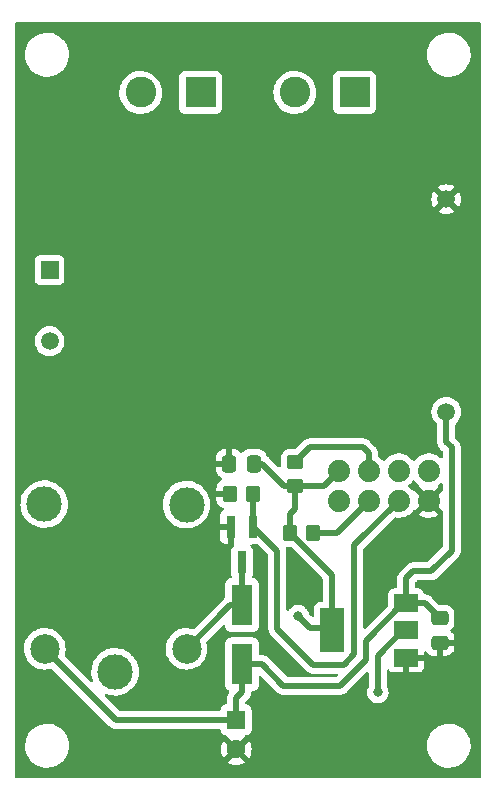
<source format=gbr>
%TF.GenerationSoftware,KiCad,Pcbnew,(6.0.6)*%
%TF.CreationDate,2023-01-19T19:18:13-03:00*%
%TF.ProjectId,mod_rele,6d6f645f-7265-46c6-952e-6b696361645f,rev?*%
%TF.SameCoordinates,Original*%
%TF.FileFunction,Copper,L1,Top*%
%TF.FilePolarity,Positive*%
%FSLAX46Y46*%
G04 Gerber Fmt 4.6, Leading zero omitted, Abs format (unit mm)*
G04 Created by KiCad (PCBNEW (6.0.6)) date 2023-01-19 19:18:13*
%MOMM*%
%LPD*%
G01*
G04 APERTURE LIST*
G04 Aperture macros list*
%AMRoundRect*
0 Rectangle with rounded corners*
0 $1 Rounding radius*
0 $2 $3 $4 $5 $6 $7 $8 $9 X,Y pos of 4 corners*
0 Add a 4 corners polygon primitive as box body*
4,1,4,$2,$3,$4,$5,$6,$7,$8,$9,$2,$3,0*
0 Add four circle primitives for the rounded corners*
1,1,$1+$1,$2,$3*
1,1,$1+$1,$4,$5*
1,1,$1+$1,$6,$7*
1,1,$1+$1,$8,$9*
0 Add four rect primitives between the rounded corners*
20,1,$1+$1,$2,$3,$4,$5,0*
20,1,$1+$1,$4,$5,$6,$7,0*
20,1,$1+$1,$6,$7,$8,$9,0*
20,1,$1+$1,$8,$9,$2,$3,0*%
G04 Aperture macros list end*
%TA.AperFunction,ComponentPad*%
%ADD10C,2.600000*%
%TD*%
%TA.AperFunction,ComponentPad*%
%ADD11R,2.600000X2.600000*%
%TD*%
%TA.AperFunction,ComponentPad*%
%ADD12C,1.879600*%
%TD*%
%TA.AperFunction,ComponentPad*%
%ADD13C,1.500000*%
%TD*%
%TA.AperFunction,ComponentPad*%
%ADD14R,1.500000X1.500000*%
%TD*%
%TA.AperFunction,ComponentPad*%
%ADD15C,1.600000*%
%TD*%
%TA.AperFunction,ComponentPad*%
%ADD16R,1.600000X1.600000*%
%TD*%
%TA.AperFunction,SMDPad,CuDef*%
%ADD17RoundRect,0.250000X0.337500X0.475000X-0.337500X0.475000X-0.337500X-0.475000X0.337500X-0.475000X0*%
%TD*%
%TA.AperFunction,SMDPad,CuDef*%
%ADD18RoundRect,0.250000X-0.350000X-0.450000X0.350000X-0.450000X0.350000X0.450000X-0.350000X0.450000X0*%
%TD*%
%TA.AperFunction,SMDPad,CuDef*%
%ADD19R,0.800000X1.900000*%
%TD*%
%TA.AperFunction,SMDPad,CuDef*%
%ADD20R,2.000000X1.500000*%
%TD*%
%TA.AperFunction,SMDPad,CuDef*%
%ADD21R,2.000000X3.800000*%
%TD*%
%TA.AperFunction,ComponentPad*%
%ADD22C,2.500000*%
%TD*%
%TA.AperFunction,ComponentPad*%
%ADD23C,3.000000*%
%TD*%
%TA.AperFunction,SMDPad,CuDef*%
%ADD24RoundRect,0.250000X-0.450000X0.350000X-0.450000X-0.350000X0.450000X-0.350000X0.450000X0.350000X0*%
%TD*%
%TA.AperFunction,SMDPad,CuDef*%
%ADD25RoundRect,0.250000X0.350000X0.450000X-0.350000X0.450000X-0.350000X-0.450000X0.350000X-0.450000X0*%
%TD*%
%TA.AperFunction,SMDPad,CuDef*%
%ADD26R,1.800000X3.500000*%
%TD*%
%TA.AperFunction,SMDPad,CuDef*%
%ADD27RoundRect,0.250000X-0.475000X0.337500X-0.475000X-0.337500X0.475000X-0.337500X0.475000X0.337500X0*%
%TD*%
%TA.AperFunction,ViaPad*%
%ADD28C,0.800000*%
%TD*%
%TA.AperFunction,Conductor*%
%ADD29C,0.500000*%
%TD*%
G04 APERTURE END LIST*
D10*
%TO.P,J1,2,Pin_2*%
%TO.N,Earth*%
X82920000Y-39945000D03*
D11*
%TO.P,J1,1,Pin_1*%
%TO.N,AC*%
X88000000Y-39945000D03*
%TD*%
D12*
%TO.P,U2,8,RXD*%
%TO.N,unconnected-(U2-Pad8)*%
X99690000Y-74501350D03*
%TO.P,U2,7,VCC*%
%TO.N,+3.3V*%
X99690000Y-71961350D03*
%TO.P,U2,6,GPIO0*%
%TO.N,Net-(R2-Pad2)*%
X102230000Y-74501350D03*
%TO.P,U2,5,RST*%
%TO.N,Net-(R1-Pad1)*%
X102230000Y-71961350D03*
%TO.P,U2,4,GPIO2*%
%TO.N,Rele_out*%
X104770000Y-74501350D03*
%TO.P,U2,3,PD*%
%TO.N,unconnected-(U2-Pad3)*%
X104770000Y-71961350D03*
%TO.P,U2,2,GND*%
%TO.N,GND*%
X107310000Y-74501350D03*
%TO.P,U2,1,TXD*%
%TO.N,unconnected-(U2-Pad1)*%
X107310000Y-71961350D03*
%TD*%
D13*
%TO.P,PS1,4,+VO*%
%TO.N,+5V*%
X108800000Y-67000000D03*
%TO.P,PS1,3,-VO*%
%TO.N,GND*%
X108800000Y-49000000D03*
%TO.P,PS1,2,AC2*%
%TO.N,Earth*%
X75200000Y-61000000D03*
D14*
%TO.P,PS1,1,AC1*%
%TO.N,AC*%
X75200000Y-55000000D03*
%TD*%
D15*
%TO.P,C3,2*%
%TO.N,GND*%
X91000000Y-95567621D03*
D16*
%TO.P,C3,1*%
%TO.N,+5V*%
X91000000Y-93067621D03*
%TD*%
D17*
%TO.P,C2,2*%
%TO.N,GND*%
X90402500Y-71374000D03*
%TO.P,C2,1*%
%TO.N,+3.3V*%
X92477500Y-71374000D03*
%TD*%
D18*
%TO.P,R2,2*%
%TO.N,Net-(R2-Pad2)*%
X97536000Y-77216000D03*
%TO.P,R2,1*%
%TO.N,+3.3V*%
X95536000Y-77216000D03*
%TD*%
D19*
%TO.P,Q1,3,D*%
%TO.N,Net-(D1-Pad2)*%
X91500000Y-79732000D03*
%TO.P,Q1,2,S*%
%TO.N,GND*%
X90550000Y-76732000D03*
%TO.P,Q1,1,G*%
%TO.N,Rele_out*%
X92450000Y-76732000D03*
%TD*%
D20*
%TO.P,U1,3,VI*%
%TO.N,+5V*%
X105400000Y-83200000D03*
D21*
%TO.P,U1,2,VO*%
%TO.N,+3.3V*%
X99100000Y-85500000D03*
D20*
X105400000Y-85500000D03*
%TO.P,U1,1,GND*%
%TO.N,GND*%
X105400000Y-87800000D03*
%TD*%
D10*
%TO.P,J2,2,Pin_2*%
%TO.N,Net-(J2-Pad2)*%
X95965000Y-39945000D03*
D11*
%TO.P,J2,1,Pin_1*%
%TO.N,Earth*%
X101045000Y-39945000D03*
%TD*%
D22*
%TO.P,K1,5*%
%TO.N,+5V*%
X74800000Y-87050000D03*
D23*
%TO.P,K1,4*%
%TO.N,unconnected-(K1-Pad4)*%
X74750000Y-74800000D03*
%TO.P,K1,3*%
%TO.N,Net-(J2-Pad2)*%
X86800000Y-74850000D03*
D22*
%TO.P,K1,2*%
%TO.N,Net-(D1-Pad2)*%
X86800000Y-87050000D03*
D23*
%TO.P,K1,1*%
%TO.N,AC*%
X80750000Y-89000000D03*
%TD*%
D24*
%TO.P,R1,2*%
%TO.N,+3.3V*%
X96000000Y-73250000D03*
%TO.P,R1,1*%
%TO.N,Net-(R1-Pad1)*%
X96000000Y-71250000D03*
%TD*%
D25*
%TO.P,R3,2*%
%TO.N,GND*%
X90440000Y-73914000D03*
%TO.P,R3,1*%
%TO.N,Rele_out*%
X92440000Y-73914000D03*
%TD*%
D26*
%TO.P,D1,2,A*%
%TO.N,Net-(D1-Pad2)*%
X91500000Y-83352000D03*
%TO.P,D1,1,K*%
%TO.N,+5V*%
X91500000Y-88352000D03*
%TD*%
D27*
%TO.P,C1,2*%
%TO.N,GND*%
X108250000Y-86537500D03*
%TO.P,C1,1*%
%TO.N,+5V*%
X108250000Y-84462500D03*
%TD*%
D28*
%TO.N,+3.3V*%
X96250000Y-84250000D03*
X103000000Y-90750000D03*
%TO.N,GND*%
X109500000Y-82250000D03*
X105500000Y-68750000D03*
X91500000Y-68750000D03*
X81500000Y-95500000D03*
X102250000Y-94000000D03*
X106250000Y-77750000D03*
X103500000Y-58000000D03*
X96750000Y-82000000D03*
%TD*%
D29*
%TO.N,+3.3V*%
X97250000Y-85250000D02*
X98850000Y-85250000D01*
X96250000Y-84250000D02*
X97250000Y-85250000D01*
X98850000Y-85250000D02*
X99100000Y-85500000D01*
X103000000Y-87650000D02*
X103000000Y-90750000D01*
X105150000Y-85500000D02*
X103000000Y-87650000D01*
X105400000Y-85500000D02*
X105150000Y-85500000D01*
%TO.N,+5V*%
X93178000Y-88352000D02*
X91500000Y-88352000D01*
X94996000Y-90170000D02*
X93178000Y-88352000D01*
X99830000Y-90170000D02*
X94996000Y-90170000D01*
X102000000Y-86350000D02*
X102000000Y-88000000D01*
X105150000Y-83200000D02*
X102000000Y-86350000D01*
X102000000Y-88000000D02*
X99830000Y-90170000D01*
X105400000Y-83200000D02*
X105150000Y-83200000D01*
%TO.N,Rele_out*%
X94488000Y-78770000D02*
X92450000Y-76732000D01*
X94488000Y-85344000D02*
X94488000Y-78770000D01*
X97536000Y-88392000D02*
X94488000Y-85344000D01*
X100108000Y-88392000D02*
X97536000Y-88392000D01*
X101000000Y-78271350D02*
X101000000Y-87500000D01*
X101000000Y-87500000D02*
X100108000Y-88392000D01*
X104770000Y-74501350D02*
X101000000Y-78271350D01*
%TO.N,+5V*%
X107500000Y-80500000D02*
X106000000Y-80500000D01*
X106000000Y-80500000D02*
X105400000Y-81100000D01*
X109250000Y-78750000D02*
X107500000Y-80500000D01*
X105400000Y-81100000D02*
X105400000Y-83200000D01*
X108800000Y-69550000D02*
X109250000Y-70000000D01*
X108800000Y-67000000D02*
X108800000Y-69550000D01*
X109250000Y-70000000D02*
X109250000Y-78750000D01*
%TO.N,Net-(D1-Pad2)*%
X90498000Y-83352000D02*
X91500000Y-83352000D01*
X86800000Y-87050000D02*
X90498000Y-83352000D01*
%TO.N,+5V*%
X91000000Y-91250000D02*
X91000000Y-93067621D01*
X91500000Y-90750000D02*
X91000000Y-91250000D01*
X91500000Y-88352000D02*
X91500000Y-90750000D01*
X80817621Y-93067621D02*
X91000000Y-93067621D01*
X74800000Y-87050000D02*
X80817621Y-93067621D01*
%TO.N,Net-(R1-Pad1)*%
X101750000Y-70000000D02*
X97250000Y-70000000D01*
X102230000Y-70480000D02*
X101750000Y-70000000D01*
X97250000Y-70000000D02*
X96000000Y-71250000D01*
X102230000Y-71961350D02*
X102230000Y-70480000D01*
%TO.N,+5V*%
X105050000Y-83200000D02*
X105400000Y-83200000D01*
X106987500Y-83200000D02*
X105400000Y-83200000D01*
X108250000Y-84462500D02*
X106987500Y-83200000D01*
X91500000Y-88288000D02*
X91500000Y-87336000D01*
%TO.N,GND*%
X107250000Y-74561350D02*
X107310000Y-74501350D01*
%TO.N,+3.3V*%
X96000000Y-73250000D02*
X98401350Y-73250000D01*
X96012000Y-75184000D02*
X96012000Y-73262000D01*
X99100000Y-80780000D02*
X99100000Y-85500000D01*
X96012000Y-73262000D02*
X96000000Y-73250000D01*
X98401350Y-73250000D02*
X99690000Y-71961350D01*
X95536000Y-75660000D02*
X96012000Y-75184000D01*
X95536000Y-77216000D02*
X99100000Y-80780000D01*
X95536000Y-77216000D02*
X95536000Y-75660000D01*
X93218000Y-71374000D02*
X95094000Y-73250000D01*
X92477500Y-71374000D02*
X93218000Y-71374000D01*
X95094000Y-73250000D02*
X96000000Y-73250000D01*
%TO.N,Net-(D1-Pad2)*%
X91500000Y-79732000D02*
X91500000Y-83352000D01*
X91500000Y-82336000D02*
X91500000Y-82350000D01*
%TO.N,Rele_out*%
X92450000Y-73924000D02*
X92440000Y-73914000D01*
X105250000Y-74981350D02*
X104770000Y-74501350D01*
X92450000Y-76732000D02*
X92450000Y-73924000D01*
%TO.N,Net-(R2-Pad2)*%
X99515350Y-77216000D02*
X102230000Y-74501350D01*
X97536000Y-77216000D02*
X99515350Y-77216000D01*
%TD*%
%TA.AperFunction,Conductor*%
%TO.N,GND*%
G36*
X111683621Y-34028502D02*
G01*
X111730114Y-34082158D01*
X111741500Y-34134500D01*
X111741500Y-97865500D01*
X111721498Y-97933621D01*
X111667842Y-97980114D01*
X111615500Y-97991500D01*
X72384500Y-97991500D01*
X72316379Y-97971498D01*
X72269886Y-97917842D01*
X72258500Y-97865500D01*
X72258500Y-95292277D01*
X73137009Y-95292277D01*
X73162625Y-95560769D01*
X73163710Y-95565203D01*
X73163711Y-95565209D01*
X73218751Y-95790140D01*
X73226731Y-95822750D01*
X73327985Y-96072733D01*
X73464265Y-96305482D01*
X73467118Y-96309049D01*
X73584686Y-96456060D01*
X73632716Y-96516119D01*
X73829809Y-96700234D01*
X74051416Y-96853968D01*
X74055499Y-96855999D01*
X74055502Y-96856001D01*
X74062025Y-96859246D01*
X74292894Y-96974101D01*
X74297228Y-96975522D01*
X74297231Y-96975523D01*
X74544853Y-97056698D01*
X74544859Y-97056699D01*
X74549186Y-97058118D01*
X74553677Y-97058898D01*
X74553678Y-97058898D01*
X74811140Y-97103601D01*
X74811148Y-97103602D01*
X74814921Y-97104257D01*
X74818758Y-97104448D01*
X74898578Y-97108422D01*
X74898586Y-97108422D01*
X74900149Y-97108500D01*
X75068512Y-97108500D01*
X75070780Y-97108335D01*
X75070792Y-97108335D01*
X75201884Y-97098823D01*
X75269004Y-97093953D01*
X75273459Y-97092969D01*
X75273462Y-97092969D01*
X75527912Y-97036791D01*
X75527916Y-97036790D01*
X75532372Y-97035806D01*
X75658480Y-96988028D01*
X75780318Y-96941868D01*
X75780321Y-96941867D01*
X75784588Y-96940250D01*
X76020368Y-96809286D01*
X76223012Y-96654633D01*
X76224257Y-96653683D01*
X90278493Y-96653683D01*
X90287789Y-96665698D01*
X90338994Y-96701552D01*
X90348489Y-96707035D01*
X90545947Y-96799111D01*
X90556239Y-96802857D01*
X90766688Y-96859246D01*
X90777481Y-96861149D01*
X90994525Y-96880138D01*
X91005475Y-96880138D01*
X91222519Y-96861149D01*
X91233312Y-96859246D01*
X91443761Y-96802857D01*
X91454053Y-96799111D01*
X91651511Y-96707035D01*
X91661006Y-96701552D01*
X91713048Y-96665112D01*
X91721424Y-96654633D01*
X91714356Y-96641187D01*
X91012812Y-95939643D01*
X90998868Y-95932029D01*
X90997035Y-95932160D01*
X90990420Y-95936411D01*
X90284923Y-96641908D01*
X90278493Y-96653683D01*
X76224257Y-96653683D01*
X76231141Y-96648429D01*
X76231142Y-96648428D01*
X76234773Y-96645657D01*
X76423312Y-96452792D01*
X76582034Y-96234730D01*
X76665190Y-96076676D01*
X76705490Y-96000079D01*
X76705493Y-96000073D01*
X76707615Y-95996039D01*
X76730220Y-95932029D01*
X76795902Y-95746033D01*
X76795902Y-95746032D01*
X76797425Y-95741720D01*
X76829851Y-95577201D01*
X76830660Y-95573096D01*
X89687483Y-95573096D01*
X89706472Y-95790140D01*
X89708375Y-95800933D01*
X89764764Y-96011382D01*
X89768510Y-96021674D01*
X89860586Y-96219132D01*
X89866069Y-96228627D01*
X89902509Y-96280669D01*
X89912988Y-96289045D01*
X89926434Y-96281977D01*
X90627978Y-95580433D01*
X90634356Y-95568753D01*
X91364408Y-95568753D01*
X91364539Y-95570586D01*
X91368790Y-95577201D01*
X92074287Y-96282698D01*
X92086062Y-96289128D01*
X92098077Y-96279832D01*
X92133931Y-96228627D01*
X92139414Y-96219132D01*
X92231490Y-96021674D01*
X92235236Y-96011382D01*
X92291625Y-95800933D01*
X92293528Y-95790140D01*
X92312517Y-95573096D01*
X92312517Y-95562146D01*
X92293528Y-95345102D01*
X92291625Y-95334309D01*
X92280363Y-95292277D01*
X107137009Y-95292277D01*
X107162625Y-95560769D01*
X107163710Y-95565203D01*
X107163711Y-95565209D01*
X107218751Y-95790140D01*
X107226731Y-95822750D01*
X107327985Y-96072733D01*
X107464265Y-96305482D01*
X107467118Y-96309049D01*
X107584686Y-96456060D01*
X107632716Y-96516119D01*
X107829809Y-96700234D01*
X108051416Y-96853968D01*
X108055499Y-96855999D01*
X108055502Y-96856001D01*
X108062025Y-96859246D01*
X108292894Y-96974101D01*
X108297228Y-96975522D01*
X108297231Y-96975523D01*
X108544853Y-97056698D01*
X108544859Y-97056699D01*
X108549186Y-97058118D01*
X108553677Y-97058898D01*
X108553678Y-97058898D01*
X108811140Y-97103601D01*
X108811148Y-97103602D01*
X108814921Y-97104257D01*
X108818758Y-97104448D01*
X108898578Y-97108422D01*
X108898586Y-97108422D01*
X108900149Y-97108500D01*
X109068512Y-97108500D01*
X109070780Y-97108335D01*
X109070792Y-97108335D01*
X109201884Y-97098823D01*
X109269004Y-97093953D01*
X109273459Y-97092969D01*
X109273462Y-97092969D01*
X109527912Y-97036791D01*
X109527916Y-97036790D01*
X109532372Y-97035806D01*
X109658480Y-96988028D01*
X109780318Y-96941868D01*
X109780321Y-96941867D01*
X109784588Y-96940250D01*
X110020368Y-96809286D01*
X110223012Y-96654633D01*
X110231141Y-96648429D01*
X110231142Y-96648428D01*
X110234773Y-96645657D01*
X110423312Y-96452792D01*
X110582034Y-96234730D01*
X110665190Y-96076676D01*
X110705490Y-96000079D01*
X110705493Y-96000073D01*
X110707615Y-95996039D01*
X110730220Y-95932029D01*
X110795902Y-95746033D01*
X110795902Y-95746032D01*
X110797425Y-95741720D01*
X110829851Y-95577201D01*
X110848700Y-95481572D01*
X110848701Y-95481566D01*
X110849581Y-95477100D01*
X110856152Y-95345102D01*
X110862764Y-95212292D01*
X110862764Y-95212286D01*
X110862991Y-95207723D01*
X110837375Y-94939231D01*
X110831718Y-94916110D01*
X110774355Y-94681688D01*
X110773269Y-94677250D01*
X110672015Y-94427267D01*
X110535735Y-94194518D01*
X110417928Y-94047208D01*
X110370136Y-93987447D01*
X110370135Y-93987445D01*
X110367284Y-93983881D01*
X110170191Y-93799766D01*
X109948584Y-93646032D01*
X109944501Y-93644001D01*
X109944498Y-93643999D01*
X109779606Y-93561967D01*
X109707106Y-93525899D01*
X109702772Y-93524478D01*
X109702769Y-93524477D01*
X109455147Y-93443302D01*
X109455141Y-93443301D01*
X109450814Y-93441882D01*
X109446322Y-93441102D01*
X109188860Y-93396399D01*
X109188852Y-93396398D01*
X109185079Y-93395743D01*
X109173817Y-93395182D01*
X109101422Y-93391578D01*
X109101414Y-93391578D01*
X109099851Y-93391500D01*
X108931488Y-93391500D01*
X108929220Y-93391665D01*
X108929208Y-93391665D01*
X108798116Y-93401177D01*
X108730996Y-93406047D01*
X108726541Y-93407031D01*
X108726538Y-93407031D01*
X108472088Y-93463209D01*
X108472084Y-93463210D01*
X108467628Y-93464194D01*
X108341520Y-93511972D01*
X108219682Y-93558132D01*
X108219679Y-93558133D01*
X108215412Y-93559750D01*
X107979632Y-93690714D01*
X107976000Y-93693486D01*
X107799403Y-93828261D01*
X107765227Y-93854343D01*
X107576688Y-94047208D01*
X107417966Y-94265270D01*
X107388441Y-94321388D01*
X107294510Y-94499921D01*
X107294507Y-94499927D01*
X107292385Y-94503961D01*
X107290865Y-94508266D01*
X107290863Y-94508270D01*
X107204098Y-94753967D01*
X107202575Y-94758280D01*
X107201692Y-94762762D01*
X107173339Y-94906615D01*
X107150419Y-95022900D01*
X107150192Y-95027453D01*
X107150192Y-95027456D01*
X107140991Y-95212292D01*
X107137009Y-95292277D01*
X92280363Y-95292277D01*
X92235236Y-95123860D01*
X92231490Y-95113568D01*
X92139414Y-94916110D01*
X92133931Y-94906615D01*
X92097491Y-94854573D01*
X92087012Y-94846197D01*
X92073566Y-94853265D01*
X91372022Y-95554809D01*
X91364408Y-95568753D01*
X90634356Y-95568753D01*
X90635592Y-95566489D01*
X90635461Y-95564656D01*
X90631210Y-95558041D01*
X89925713Y-94852544D01*
X89913938Y-94846114D01*
X89901923Y-94855410D01*
X89866069Y-94906615D01*
X89860586Y-94916110D01*
X89768510Y-95113568D01*
X89764764Y-95123860D01*
X89708375Y-95334309D01*
X89706472Y-95345102D01*
X89687483Y-95562146D01*
X89687483Y-95573096D01*
X76830660Y-95573096D01*
X76848700Y-95481572D01*
X76848701Y-95481566D01*
X76849581Y-95477100D01*
X76856152Y-95345102D01*
X76862764Y-95212292D01*
X76862764Y-95212286D01*
X76862991Y-95207723D01*
X76837375Y-94939231D01*
X76831718Y-94916110D01*
X76774355Y-94681688D01*
X76773269Y-94677250D01*
X76672015Y-94427267D01*
X76535735Y-94194518D01*
X76417928Y-94047208D01*
X76370136Y-93987447D01*
X76370135Y-93987445D01*
X76367284Y-93983881D01*
X76170191Y-93799766D01*
X75948584Y-93646032D01*
X75944501Y-93644001D01*
X75944498Y-93643999D01*
X75779606Y-93561967D01*
X75707106Y-93525899D01*
X75702772Y-93524478D01*
X75702769Y-93524477D01*
X75455147Y-93443302D01*
X75455141Y-93443301D01*
X75450814Y-93441882D01*
X75446322Y-93441102D01*
X75188860Y-93396399D01*
X75188852Y-93396398D01*
X75185079Y-93395743D01*
X75173817Y-93395182D01*
X75101422Y-93391578D01*
X75101414Y-93391578D01*
X75099851Y-93391500D01*
X74931488Y-93391500D01*
X74929220Y-93391665D01*
X74929208Y-93391665D01*
X74798116Y-93401177D01*
X74730996Y-93406047D01*
X74726541Y-93407031D01*
X74726538Y-93407031D01*
X74472088Y-93463209D01*
X74472084Y-93463210D01*
X74467628Y-93464194D01*
X74341520Y-93511972D01*
X74219682Y-93558132D01*
X74219679Y-93558133D01*
X74215412Y-93559750D01*
X73979632Y-93690714D01*
X73976000Y-93693486D01*
X73799403Y-93828261D01*
X73765227Y-93854343D01*
X73576688Y-94047208D01*
X73417966Y-94265270D01*
X73388441Y-94321388D01*
X73294510Y-94499921D01*
X73294507Y-94499927D01*
X73292385Y-94503961D01*
X73290865Y-94508266D01*
X73290863Y-94508270D01*
X73204098Y-94753967D01*
X73202575Y-94758280D01*
X73201692Y-94762762D01*
X73173339Y-94906615D01*
X73150419Y-95022900D01*
X73150192Y-95027453D01*
X73150192Y-95027456D01*
X73140991Y-95212292D01*
X73137009Y-95292277D01*
X72258500Y-95292277D01*
X72258500Y-87003839D01*
X73037173Y-87003839D01*
X73037397Y-87008505D01*
X73037397Y-87008511D01*
X73043443Y-87134373D01*
X73049713Y-87264908D01*
X73100704Y-87521256D01*
X73189026Y-87767252D01*
X73191242Y-87771376D01*
X73279513Y-87935657D01*
X73312737Y-87997491D01*
X73315532Y-88001234D01*
X73315534Y-88001237D01*
X73466330Y-88203177D01*
X73466335Y-88203183D01*
X73469122Y-88206915D01*
X73472431Y-88210195D01*
X73472436Y-88210201D01*
X73651426Y-88387635D01*
X73654743Y-88390923D01*
X73658505Y-88393681D01*
X73658508Y-88393684D01*
X73861750Y-88542707D01*
X73865524Y-88545474D01*
X73869667Y-88547654D01*
X73869669Y-88547655D01*
X74092684Y-88664989D01*
X74092689Y-88664991D01*
X74096834Y-88667172D01*
X74343590Y-88753344D01*
X74348183Y-88754216D01*
X74595785Y-88801224D01*
X74595788Y-88801224D01*
X74600374Y-88802095D01*
X74730959Y-88807226D01*
X74856875Y-88812174D01*
X74856881Y-88812174D01*
X74861543Y-88812357D01*
X74941054Y-88803649D01*
X75116707Y-88784412D01*
X75116712Y-88784411D01*
X75121360Y-88783902D01*
X75320398Y-88731500D01*
X75391366Y-88733499D01*
X75441572Y-88764253D01*
X80233851Y-93556532D01*
X80246237Y-93570944D01*
X80254770Y-93582539D01*
X80254775Y-93582544D01*
X80259113Y-93588439D01*
X80264691Y-93593178D01*
X80264694Y-93593181D01*
X80299389Y-93622656D01*
X80306905Y-93629586D01*
X80312600Y-93635281D01*
X80315482Y-93637561D01*
X80334872Y-93652902D01*
X80338276Y-93655693D01*
X80388324Y-93698212D01*
X80393906Y-93702954D01*
X80400422Y-93706282D01*
X80405471Y-93709649D01*
X80410600Y-93712816D01*
X80416337Y-93717355D01*
X80482496Y-93748276D01*
X80486390Y-93750179D01*
X80551429Y-93783390D01*
X80558537Y-93785129D01*
X80564180Y-93787228D01*
X80569943Y-93789145D01*
X80576571Y-93792243D01*
X80583733Y-93793733D01*
X80583734Y-93793733D01*
X80648033Y-93807107D01*
X80652317Y-93808077D01*
X80723231Y-93825429D01*
X80728833Y-93825777D01*
X80728836Y-93825777D01*
X80734385Y-93826121D01*
X80734383Y-93826157D01*
X80738376Y-93826396D01*
X80742568Y-93826770D01*
X80749736Y-93828261D01*
X80827141Y-93826167D01*
X80830549Y-93826121D01*
X89568709Y-93826121D01*
X89636830Y-93846123D01*
X89683323Y-93899779D01*
X89693972Y-93938513D01*
X89698255Y-93977937D01*
X89749385Y-94114326D01*
X89836739Y-94230882D01*
X89953295Y-94318236D01*
X90089684Y-94369366D01*
X90133252Y-94374099D01*
X90148486Y-94375754D01*
X90148489Y-94375754D01*
X90151866Y-94376121D01*
X90155185Y-94376121D01*
X90222110Y-94399774D01*
X90257804Y-94445777D01*
X90259734Y-94444762D01*
X90265442Y-94455621D01*
X90265632Y-94455866D01*
X90265653Y-94456024D01*
X90285644Y-94494055D01*
X90987188Y-95195599D01*
X91001132Y-95203213D01*
X91002965Y-95203082D01*
X91009580Y-95198831D01*
X91715077Y-94493334D01*
X91737871Y-94451592D01*
X91740047Y-94441592D01*
X91790253Y-94391394D01*
X91843814Y-94376170D01*
X91844719Y-94376121D01*
X91848134Y-94376121D01*
X91851530Y-94375752D01*
X91851532Y-94375752D01*
X91863879Y-94374411D01*
X91910316Y-94369366D01*
X92046705Y-94318236D01*
X92163261Y-94230882D01*
X92250615Y-94114326D01*
X92301745Y-93977937D01*
X92308500Y-93915755D01*
X92308500Y-92219487D01*
X92301745Y-92157305D01*
X92250615Y-92020916D01*
X92163261Y-91904360D01*
X92046705Y-91817006D01*
X91910316Y-91765876D01*
X91883086Y-91762918D01*
X91870892Y-91761593D01*
X91805330Y-91734351D01*
X91764904Y-91675987D01*
X91758500Y-91636330D01*
X91758500Y-91616371D01*
X91778502Y-91548250D01*
X91795405Y-91527276D01*
X91988911Y-91333770D01*
X92003323Y-91321384D01*
X92014918Y-91312851D01*
X92014923Y-91312846D01*
X92020818Y-91308508D01*
X92025557Y-91302930D01*
X92025560Y-91302927D01*
X92055035Y-91268232D01*
X92061965Y-91260716D01*
X92067661Y-91255020D01*
X92069924Y-91252159D01*
X92069929Y-91252154D01*
X92085293Y-91232734D01*
X92088082Y-91229333D01*
X92121980Y-91189432D01*
X92135333Y-91173715D01*
X92138659Y-91167202D01*
X92142020Y-91162163D01*
X92145196Y-91157021D01*
X92149734Y-91151284D01*
X92180655Y-91085125D01*
X92182561Y-91081225D01*
X92182976Y-91080412D01*
X92215769Y-91016192D01*
X92217508Y-91009083D01*
X92219604Y-91003449D01*
X92221523Y-90997679D01*
X92224622Y-90991050D01*
X92226129Y-90983808D01*
X92239490Y-90919571D01*
X92240461Y-90915282D01*
X92257808Y-90844390D01*
X92258192Y-90838211D01*
X92258500Y-90833236D01*
X92258535Y-90833238D01*
X92258775Y-90829266D01*
X92259152Y-90825045D01*
X92260641Y-90817885D01*
X92258546Y-90740458D01*
X92258500Y-90737050D01*
X92258500Y-90736500D01*
X92278502Y-90668379D01*
X92332158Y-90621886D01*
X92384500Y-90610500D01*
X92448134Y-90610500D01*
X92510316Y-90603745D01*
X92646705Y-90552615D01*
X92763261Y-90465261D01*
X92850615Y-90348705D01*
X92901745Y-90212316D01*
X92908500Y-90150134D01*
X92908500Y-89459371D01*
X92928502Y-89391250D01*
X92982158Y-89344757D01*
X93052432Y-89334653D01*
X93117012Y-89364147D01*
X93123595Y-89370276D01*
X94412230Y-90658911D01*
X94424616Y-90673323D01*
X94433149Y-90684918D01*
X94433154Y-90684923D01*
X94437492Y-90690818D01*
X94443070Y-90695557D01*
X94443073Y-90695560D01*
X94477768Y-90725035D01*
X94485284Y-90731965D01*
X94490979Y-90737660D01*
X94493861Y-90739940D01*
X94513251Y-90755281D01*
X94516655Y-90758072D01*
X94566703Y-90800591D01*
X94572285Y-90805333D01*
X94578801Y-90808661D01*
X94583850Y-90812028D01*
X94588979Y-90815195D01*
X94594716Y-90819734D01*
X94660875Y-90850655D01*
X94664769Y-90852558D01*
X94729808Y-90885769D01*
X94736916Y-90887508D01*
X94742559Y-90889607D01*
X94748322Y-90891524D01*
X94754950Y-90894622D01*
X94819465Y-90908041D01*
X94826412Y-90909486D01*
X94830696Y-90910456D01*
X94901610Y-90927808D01*
X94907212Y-90928156D01*
X94907215Y-90928156D01*
X94912764Y-90928500D01*
X94912762Y-90928536D01*
X94916755Y-90928775D01*
X94920947Y-90929149D01*
X94928115Y-90930640D01*
X95005520Y-90928546D01*
X95008928Y-90928500D01*
X99762930Y-90928500D01*
X99781880Y-90929933D01*
X99796115Y-90932099D01*
X99796119Y-90932099D01*
X99803349Y-90933199D01*
X99810641Y-90932606D01*
X99810644Y-90932606D01*
X99856018Y-90928915D01*
X99866233Y-90928500D01*
X99874293Y-90928500D01*
X99891680Y-90926473D01*
X99902507Y-90925211D01*
X99906882Y-90924778D01*
X99972339Y-90919454D01*
X99972342Y-90919453D01*
X99979637Y-90918860D01*
X99986601Y-90916604D01*
X99992560Y-90915413D01*
X99998415Y-90914029D01*
X100005681Y-90913182D01*
X100074327Y-90888265D01*
X100078455Y-90886848D01*
X100140936Y-90866607D01*
X100140938Y-90866606D01*
X100147899Y-90864351D01*
X100154154Y-90860555D01*
X100159628Y-90858049D01*
X100165058Y-90855330D01*
X100171937Y-90852833D01*
X100178058Y-90848820D01*
X100232976Y-90812814D01*
X100236680Y-90810477D01*
X100299107Y-90772595D01*
X100305161Y-90767249D01*
X100307484Y-90765197D01*
X100307508Y-90765224D01*
X100310500Y-90762571D01*
X100313733Y-90759868D01*
X100319852Y-90755856D01*
X100373128Y-90699617D01*
X100375506Y-90697175D01*
X102026405Y-89046276D01*
X102088717Y-89012250D01*
X102159532Y-89017315D01*
X102216368Y-89059862D01*
X102241179Y-89126382D01*
X102241500Y-89135371D01*
X102241500Y-90213001D01*
X102224619Y-90276000D01*
X102165473Y-90378444D01*
X102106458Y-90560072D01*
X102105768Y-90566633D01*
X102105768Y-90566635D01*
X102101158Y-90610500D01*
X102086496Y-90750000D01*
X102087186Y-90756565D01*
X102105301Y-90928915D01*
X102106458Y-90939928D01*
X102165473Y-91121556D01*
X102168776Y-91127278D01*
X102168777Y-91127279D01*
X102191573Y-91166762D01*
X102260960Y-91286944D01*
X102388747Y-91428866D01*
X102543248Y-91541118D01*
X102549276Y-91543802D01*
X102549278Y-91543803D01*
X102711681Y-91616109D01*
X102717712Y-91618794D01*
X102800212Y-91636330D01*
X102898056Y-91657128D01*
X102898061Y-91657128D01*
X102904513Y-91658500D01*
X103095487Y-91658500D01*
X103101939Y-91657128D01*
X103101944Y-91657128D01*
X103199788Y-91636330D01*
X103282288Y-91618794D01*
X103288319Y-91616109D01*
X103450722Y-91543803D01*
X103450724Y-91543802D01*
X103456752Y-91541118D01*
X103611253Y-91428866D01*
X103739040Y-91286944D01*
X103808427Y-91166762D01*
X103831223Y-91127279D01*
X103831224Y-91127278D01*
X103834527Y-91121556D01*
X103893542Y-90939928D01*
X103894700Y-90928915D01*
X103912814Y-90756565D01*
X103913504Y-90750000D01*
X103898842Y-90610500D01*
X103894232Y-90566635D01*
X103894232Y-90566633D01*
X103893542Y-90560072D01*
X103834527Y-90378444D01*
X103775381Y-90276000D01*
X103758500Y-90213001D01*
X103758500Y-88919392D01*
X103778502Y-88851271D01*
X103832158Y-88804778D01*
X103902432Y-88794674D01*
X103967012Y-88824168D01*
X103985326Y-88843827D01*
X104031715Y-88905724D01*
X104044276Y-88918285D01*
X104146351Y-88994786D01*
X104161946Y-89003324D01*
X104282394Y-89048478D01*
X104297649Y-89052105D01*
X104348514Y-89057631D01*
X104355328Y-89058000D01*
X105127885Y-89058000D01*
X105143124Y-89053525D01*
X105144329Y-89052135D01*
X105146000Y-89044452D01*
X105146000Y-89039884D01*
X105654000Y-89039884D01*
X105658475Y-89055123D01*
X105659865Y-89056328D01*
X105667548Y-89057999D01*
X106444669Y-89057999D01*
X106451490Y-89057629D01*
X106502352Y-89052105D01*
X106517604Y-89048479D01*
X106638054Y-89003324D01*
X106653649Y-88994786D01*
X106755724Y-88918285D01*
X106768285Y-88905724D01*
X106844786Y-88803649D01*
X106853324Y-88788054D01*
X106898478Y-88667606D01*
X106902105Y-88652351D01*
X106907631Y-88601486D01*
X106908000Y-88594672D01*
X106908000Y-88072115D01*
X106903525Y-88056876D01*
X106902135Y-88055671D01*
X106894452Y-88054000D01*
X105672115Y-88054000D01*
X105656876Y-88058475D01*
X105655671Y-88059865D01*
X105654000Y-88067548D01*
X105654000Y-89039884D01*
X105146000Y-89039884D01*
X105146000Y-87672000D01*
X105166002Y-87603879D01*
X105219658Y-87557386D01*
X105272000Y-87546000D01*
X106889884Y-87546000D01*
X106905123Y-87541525D01*
X106906328Y-87540135D01*
X106907999Y-87532452D01*
X106907999Y-87357528D01*
X106928001Y-87289407D01*
X106981657Y-87242914D01*
X107051931Y-87232810D01*
X107116511Y-87262304D01*
X107141143Y-87291225D01*
X107173063Y-87342807D01*
X107182099Y-87354208D01*
X107296829Y-87468739D01*
X107308240Y-87477751D01*
X107446243Y-87562816D01*
X107459424Y-87568963D01*
X107613710Y-87620138D01*
X107627086Y-87623005D01*
X107721438Y-87632672D01*
X107727854Y-87633000D01*
X107977885Y-87633000D01*
X107993124Y-87628525D01*
X107994329Y-87627135D01*
X107996000Y-87619452D01*
X107996000Y-87614884D01*
X108504000Y-87614884D01*
X108508475Y-87630123D01*
X108509865Y-87631328D01*
X108517548Y-87632999D01*
X108772095Y-87632999D01*
X108778614Y-87632662D01*
X108874206Y-87622743D01*
X108887600Y-87619851D01*
X109041784Y-87568412D01*
X109054962Y-87562239D01*
X109192807Y-87476937D01*
X109204208Y-87467901D01*
X109318739Y-87353171D01*
X109327751Y-87341760D01*
X109412816Y-87203757D01*
X109418963Y-87190576D01*
X109470138Y-87036290D01*
X109473005Y-87022914D01*
X109482672Y-86928562D01*
X109483000Y-86922146D01*
X109483000Y-86809615D01*
X109478525Y-86794376D01*
X109477135Y-86793171D01*
X109469452Y-86791500D01*
X108522115Y-86791500D01*
X108506876Y-86795975D01*
X108505671Y-86797365D01*
X108504000Y-86805048D01*
X108504000Y-87614884D01*
X107996000Y-87614884D01*
X107996000Y-86409500D01*
X108016002Y-86341379D01*
X108069658Y-86294886D01*
X108122000Y-86283500D01*
X109464884Y-86283500D01*
X109480123Y-86279025D01*
X109481328Y-86277635D01*
X109482999Y-86269952D01*
X109482999Y-86152905D01*
X109482662Y-86146386D01*
X109472743Y-86050794D01*
X109469851Y-86037400D01*
X109418412Y-85883216D01*
X109412239Y-85870038D01*
X109326937Y-85732193D01*
X109317901Y-85720792D01*
X109203172Y-85606262D01*
X109194238Y-85599206D01*
X109153177Y-85541288D01*
X109149947Y-85470365D01*
X109185574Y-85408954D01*
X109193407Y-85402154D01*
X109199348Y-85398478D01*
X109324305Y-85273303D01*
X109328146Y-85267072D01*
X109413275Y-85128968D01*
X109413276Y-85128966D01*
X109417115Y-85122738D01*
X109472797Y-84954861D01*
X109475461Y-84928866D01*
X109483172Y-84853598D01*
X109483500Y-84850400D01*
X109483500Y-84074600D01*
X109472526Y-83968834D01*
X109442370Y-83878444D01*
X109418868Y-83808002D01*
X109416550Y-83801054D01*
X109323478Y-83650652D01*
X109198303Y-83525695D01*
X109192072Y-83521854D01*
X109053968Y-83436725D01*
X109053966Y-83436724D01*
X109047738Y-83432885D01*
X108891930Y-83381206D01*
X108886389Y-83379368D01*
X108886387Y-83379368D01*
X108879861Y-83377203D01*
X108873025Y-83376503D01*
X108873022Y-83376502D01*
X108829969Y-83372091D01*
X108775400Y-83366500D01*
X108278871Y-83366500D01*
X108210750Y-83346498D01*
X108189776Y-83329595D01*
X107571270Y-82711089D01*
X107558884Y-82696677D01*
X107550351Y-82685082D01*
X107550346Y-82685077D01*
X107546008Y-82679182D01*
X107540430Y-82674443D01*
X107540427Y-82674440D01*
X107505732Y-82644965D01*
X107498216Y-82638035D01*
X107492521Y-82632340D01*
X107486380Y-82627482D01*
X107470249Y-82614719D01*
X107466845Y-82611928D01*
X107416797Y-82569409D01*
X107416795Y-82569408D01*
X107411215Y-82564667D01*
X107404699Y-82561339D01*
X107399650Y-82557972D01*
X107394521Y-82554805D01*
X107388784Y-82550266D01*
X107322625Y-82519345D01*
X107318725Y-82517439D01*
X107253692Y-82484231D01*
X107246584Y-82482492D01*
X107240941Y-82480393D01*
X107235178Y-82478476D01*
X107228550Y-82475378D01*
X107157083Y-82460513D01*
X107152799Y-82459543D01*
X107081890Y-82442192D01*
X107076288Y-82441844D01*
X107076285Y-82441844D01*
X107070736Y-82441500D01*
X107070738Y-82441464D01*
X107066745Y-82441225D01*
X107062553Y-82440851D01*
X107055385Y-82439360D01*
X107042660Y-82439704D01*
X107027581Y-82440112D01*
X106958944Y-82421959D01*
X106911017Y-82369580D01*
X106902376Y-82345491D01*
X106901745Y-82339684D01*
X106898972Y-82332285D01*
X106853767Y-82211703D01*
X106850615Y-82203295D01*
X106763261Y-82086739D01*
X106646705Y-81999385D01*
X106510316Y-81948255D01*
X106448134Y-81941500D01*
X106284500Y-81941500D01*
X106216379Y-81921498D01*
X106169886Y-81867842D01*
X106158500Y-81815500D01*
X106158500Y-81466371D01*
X106178502Y-81398250D01*
X106195405Y-81377276D01*
X106277276Y-81295405D01*
X106339588Y-81261379D01*
X106366371Y-81258500D01*
X107432930Y-81258500D01*
X107451880Y-81259933D01*
X107466115Y-81262099D01*
X107466119Y-81262099D01*
X107473349Y-81263199D01*
X107480641Y-81262606D01*
X107480644Y-81262606D01*
X107526018Y-81258915D01*
X107536233Y-81258500D01*
X107544293Y-81258500D01*
X107557583Y-81256951D01*
X107572507Y-81255211D01*
X107576882Y-81254778D01*
X107642339Y-81249454D01*
X107642342Y-81249453D01*
X107649637Y-81248860D01*
X107656601Y-81246604D01*
X107662560Y-81245413D01*
X107668415Y-81244029D01*
X107675681Y-81243182D01*
X107744327Y-81218265D01*
X107748455Y-81216848D01*
X107810936Y-81196607D01*
X107810938Y-81196606D01*
X107817899Y-81194351D01*
X107824154Y-81190555D01*
X107829628Y-81188049D01*
X107835058Y-81185330D01*
X107841937Y-81182833D01*
X107889903Y-81151385D01*
X107902976Y-81142814D01*
X107906680Y-81140477D01*
X107969107Y-81102595D01*
X107977484Y-81095197D01*
X107977508Y-81095224D01*
X107980500Y-81092571D01*
X107983733Y-81089868D01*
X107989852Y-81085856D01*
X108043128Y-81029617D01*
X108045506Y-81027175D01*
X109738911Y-79333770D01*
X109753323Y-79321384D01*
X109764918Y-79312851D01*
X109764923Y-79312846D01*
X109770818Y-79308508D01*
X109775557Y-79302930D01*
X109775560Y-79302927D01*
X109805035Y-79268232D01*
X109811965Y-79260716D01*
X109817661Y-79255020D01*
X109819924Y-79252159D01*
X109819929Y-79252154D01*
X109835293Y-79232734D01*
X109838082Y-79229333D01*
X109839743Y-79227378D01*
X109885333Y-79173715D01*
X109888659Y-79167202D01*
X109892020Y-79162163D01*
X109895196Y-79157021D01*
X109899734Y-79151284D01*
X109930655Y-79085125D01*
X109932561Y-79081225D01*
X109965769Y-79016192D01*
X109967508Y-79009083D01*
X109969604Y-79003449D01*
X109971523Y-78997679D01*
X109974622Y-78991050D01*
X109989491Y-78919565D01*
X109990461Y-78915282D01*
X110006473Y-78849844D01*
X110007808Y-78844390D01*
X110008500Y-78833236D01*
X110008535Y-78833238D01*
X110008775Y-78829266D01*
X110009152Y-78825045D01*
X110010641Y-78817885D01*
X110008546Y-78740458D01*
X110008500Y-78737050D01*
X110008500Y-70067070D01*
X110009933Y-70048120D01*
X110012099Y-70033885D01*
X110012099Y-70033881D01*
X110013199Y-70026651D01*
X110012586Y-70019107D01*
X110008915Y-69973982D01*
X110008500Y-69963767D01*
X110008500Y-69955707D01*
X110005211Y-69927493D01*
X110004778Y-69923118D01*
X109999454Y-69857661D01*
X109999453Y-69857658D01*
X109998860Y-69850363D01*
X109996604Y-69843399D01*
X109995413Y-69837440D01*
X109994029Y-69831585D01*
X109993182Y-69824319D01*
X109968265Y-69755673D01*
X109966848Y-69751545D01*
X109946607Y-69689064D01*
X109946606Y-69689062D01*
X109944351Y-69682101D01*
X109940555Y-69675846D01*
X109938049Y-69670372D01*
X109935330Y-69664942D01*
X109932833Y-69658063D01*
X109909521Y-69622507D01*
X109892814Y-69597024D01*
X109890467Y-69593305D01*
X109879977Y-69576018D01*
X109852595Y-69530893D01*
X109845197Y-69522516D01*
X109845224Y-69522492D01*
X109842571Y-69519500D01*
X109839868Y-69516267D01*
X109835856Y-69510148D01*
X109779617Y-69456872D01*
X109777175Y-69454494D01*
X109595405Y-69272724D01*
X109561379Y-69210412D01*
X109558500Y-69183629D01*
X109558500Y-68070802D01*
X109578502Y-68002681D01*
X109603504Y-67974284D01*
X109607529Y-67970906D01*
X109612038Y-67967749D01*
X109767749Y-67812038D01*
X109894056Y-67631653D01*
X109896379Y-67626671D01*
X109896382Y-67626666D01*
X109984795Y-67437061D01*
X109987120Y-67432076D01*
X110044115Y-67219371D01*
X110063307Y-67000000D01*
X110044115Y-66780629D01*
X109987120Y-66567924D01*
X109943585Y-66474562D01*
X109896382Y-66373334D01*
X109896379Y-66373329D01*
X109894056Y-66368347D01*
X109767749Y-66187962D01*
X109612038Y-66032251D01*
X109431654Y-65905944D01*
X109232076Y-65812880D01*
X109019371Y-65755885D01*
X108800000Y-65736693D01*
X108580629Y-65755885D01*
X108367924Y-65812880D01*
X108274562Y-65856415D01*
X108173334Y-65903618D01*
X108173329Y-65903621D01*
X108168347Y-65905944D01*
X108163840Y-65909100D01*
X108163838Y-65909101D01*
X107992473Y-66029092D01*
X107992470Y-66029094D01*
X107987962Y-66032251D01*
X107832251Y-66187962D01*
X107705944Y-66368347D01*
X107703621Y-66373329D01*
X107703618Y-66373334D01*
X107656415Y-66474562D01*
X107612880Y-66567924D01*
X107555885Y-66780629D01*
X107536693Y-67000000D01*
X107555885Y-67219371D01*
X107612880Y-67432076D01*
X107615205Y-67437061D01*
X107703618Y-67626666D01*
X107703621Y-67626671D01*
X107705944Y-67631653D01*
X107832251Y-67812038D01*
X107987962Y-67967749D01*
X107992471Y-67970906D01*
X107996496Y-67974284D01*
X108035819Y-68033395D01*
X108041500Y-68070802D01*
X108041500Y-69482930D01*
X108040067Y-69501880D01*
X108036801Y-69523349D01*
X108037394Y-69530641D01*
X108037394Y-69530644D01*
X108041085Y-69576018D01*
X108041500Y-69586233D01*
X108041500Y-69594293D01*
X108041925Y-69597937D01*
X108044789Y-69622507D01*
X108045222Y-69626882D01*
X108049714Y-69682101D01*
X108051140Y-69699637D01*
X108053396Y-69706601D01*
X108054587Y-69712560D01*
X108055971Y-69718415D01*
X108056818Y-69725681D01*
X108081735Y-69794327D01*
X108083152Y-69798455D01*
X108095782Y-69837440D01*
X108105649Y-69867899D01*
X108109445Y-69874154D01*
X108111951Y-69879628D01*
X108114670Y-69885058D01*
X108117167Y-69891937D01*
X108121180Y-69898057D01*
X108121180Y-69898058D01*
X108157186Y-69952976D01*
X108159523Y-69956680D01*
X108197405Y-70019107D01*
X108201121Y-70023315D01*
X108201122Y-70023316D01*
X108204803Y-70027484D01*
X108204776Y-70027508D01*
X108207429Y-70030500D01*
X108210132Y-70033733D01*
X108214144Y-70039852D01*
X108219456Y-70044884D01*
X108270383Y-70093128D01*
X108272825Y-70095506D01*
X108454595Y-70277276D01*
X108488621Y-70339588D01*
X108491500Y-70366371D01*
X108491500Y-70788786D01*
X108471498Y-70856907D01*
X108417842Y-70903400D01*
X108347568Y-70913504D01*
X108287408Y-70887668D01*
X108284143Y-70885089D01*
X108181542Y-70804060D01*
X108118278Y-70754097D01*
X108118273Y-70754094D01*
X108114224Y-70750896D01*
X108109708Y-70748403D01*
X108109705Y-70748401D01*
X107910250Y-70638296D01*
X107910246Y-70638294D01*
X107905726Y-70635799D01*
X107900857Y-70634075D01*
X107900853Y-70634073D01*
X107686105Y-70558026D01*
X107686101Y-70558025D01*
X107681230Y-70556300D01*
X107676140Y-70555393D01*
X107676135Y-70555392D01*
X107548814Y-70532714D01*
X107446764Y-70514536D01*
X107357637Y-70513447D01*
X107213795Y-70511689D01*
X107213793Y-70511689D01*
X107208625Y-70511626D01*
X106973209Y-70547650D01*
X106746838Y-70621639D01*
X106742246Y-70624029D01*
X106742247Y-70624029D01*
X106547026Y-70725655D01*
X106535590Y-70731608D01*
X106531457Y-70734711D01*
X106531454Y-70734713D01*
X106349275Y-70871497D01*
X106345140Y-70874602D01*
X106180602Y-71046781D01*
X106159800Y-71077276D01*
X106145186Y-71098699D01*
X106090274Y-71143701D01*
X106019749Y-71151872D01*
X105956002Y-71120617D01*
X105935306Y-71096134D01*
X105924217Y-71078992D01*
X105924212Y-71078986D01*
X105921406Y-71074648D01*
X105761124Y-70898500D01*
X105757073Y-70895301D01*
X105757069Y-70895297D01*
X105578278Y-70754097D01*
X105578273Y-70754094D01*
X105574224Y-70750896D01*
X105569708Y-70748403D01*
X105569705Y-70748401D01*
X105370250Y-70638296D01*
X105370246Y-70638294D01*
X105365726Y-70635799D01*
X105360857Y-70634075D01*
X105360853Y-70634073D01*
X105146105Y-70558026D01*
X105146101Y-70558025D01*
X105141230Y-70556300D01*
X105136140Y-70555393D01*
X105136135Y-70555392D01*
X105008814Y-70532714D01*
X104906764Y-70514536D01*
X104817637Y-70513447D01*
X104673795Y-70511689D01*
X104673793Y-70511689D01*
X104668625Y-70511626D01*
X104433209Y-70547650D01*
X104206838Y-70621639D01*
X104202246Y-70624029D01*
X104202247Y-70624029D01*
X104007026Y-70725655D01*
X103995590Y-70731608D01*
X103991457Y-70734711D01*
X103991454Y-70734713D01*
X103809275Y-70871497D01*
X103805140Y-70874602D01*
X103640602Y-71046781D01*
X103619800Y-71077276D01*
X103605186Y-71098699D01*
X103550274Y-71143701D01*
X103479749Y-71151872D01*
X103416002Y-71120617D01*
X103395306Y-71096134D01*
X103384217Y-71078992D01*
X103384212Y-71078986D01*
X103381406Y-71074648D01*
X103221124Y-70898500D01*
X103217073Y-70895301D01*
X103217069Y-70895297D01*
X103036408Y-70752621D01*
X102995345Y-70694704D01*
X102988500Y-70653739D01*
X102988500Y-70547070D01*
X102989933Y-70528120D01*
X102992099Y-70513885D01*
X102992099Y-70513881D01*
X102993199Y-70506651D01*
X102988915Y-70453982D01*
X102988500Y-70443767D01*
X102988500Y-70435707D01*
X102987938Y-70430880D01*
X102985211Y-70407497D01*
X102984778Y-70403121D01*
X102979454Y-70337662D01*
X102979453Y-70337659D01*
X102978860Y-70330364D01*
X102976604Y-70323400D01*
X102975417Y-70317461D01*
X102974030Y-70311590D01*
X102973182Y-70304319D01*
X102970686Y-70297443D01*
X102970684Y-70297434D01*
X102948275Y-70235702D01*
X102946865Y-70231598D01*
X102924352Y-70162101D01*
X102920556Y-70155846D01*
X102918057Y-70150387D01*
X102915329Y-70144939D01*
X102912833Y-70138063D01*
X102872805Y-70077010D01*
X102870481Y-70073327D01*
X102835500Y-70015680D01*
X102835499Y-70015679D01*
X102832595Y-70010893D01*
X102825198Y-70002517D01*
X102825225Y-70002493D01*
X102822570Y-69999499D01*
X102819868Y-69996268D01*
X102815856Y-69990148D01*
X102759617Y-69936872D01*
X102757175Y-69934494D01*
X102333770Y-69511089D01*
X102321384Y-69496677D01*
X102312851Y-69485082D01*
X102312846Y-69485077D01*
X102308508Y-69479182D01*
X102302930Y-69474443D01*
X102302927Y-69474440D01*
X102268232Y-69444965D01*
X102260716Y-69438035D01*
X102255021Y-69432340D01*
X102238736Y-69419456D01*
X102232749Y-69414719D01*
X102229345Y-69411928D01*
X102179297Y-69369409D01*
X102179295Y-69369408D01*
X102173715Y-69364667D01*
X102167199Y-69361339D01*
X102162150Y-69357972D01*
X102157021Y-69354805D01*
X102151284Y-69350266D01*
X102085125Y-69319345D01*
X102081225Y-69317439D01*
X102016192Y-69284231D01*
X102009084Y-69282492D01*
X102003441Y-69280393D01*
X101997678Y-69278476D01*
X101991050Y-69275378D01*
X101978291Y-69272724D01*
X101919588Y-69260514D01*
X101915299Y-69259543D01*
X101844390Y-69242192D01*
X101838788Y-69241844D01*
X101838785Y-69241844D01*
X101833236Y-69241500D01*
X101833238Y-69241464D01*
X101829245Y-69241225D01*
X101825053Y-69240851D01*
X101817885Y-69239360D01*
X101754120Y-69241085D01*
X101740479Y-69241454D01*
X101737072Y-69241500D01*
X97317070Y-69241500D01*
X97298120Y-69240067D01*
X97283885Y-69237901D01*
X97283881Y-69237901D01*
X97276651Y-69236801D01*
X97269359Y-69237394D01*
X97269356Y-69237394D01*
X97223982Y-69241085D01*
X97213767Y-69241500D01*
X97205707Y-69241500D01*
X97202073Y-69241924D01*
X97202067Y-69241924D01*
X97189042Y-69243443D01*
X97177480Y-69244791D01*
X97173132Y-69245221D01*
X97100364Y-69251140D01*
X97093403Y-69253395D01*
X97087463Y-69254582D01*
X97081588Y-69255971D01*
X97074319Y-69256818D01*
X97005670Y-69281736D01*
X97001542Y-69283153D01*
X96939064Y-69303393D01*
X96939062Y-69303394D01*
X96932101Y-69305649D01*
X96925846Y-69309445D01*
X96920372Y-69311951D01*
X96914942Y-69314670D01*
X96908063Y-69317167D01*
X96901943Y-69321180D01*
X96901942Y-69321180D01*
X96847024Y-69357186D01*
X96843320Y-69359523D01*
X96780893Y-69397405D01*
X96772516Y-69404803D01*
X96772492Y-69404776D01*
X96769500Y-69407429D01*
X96766267Y-69410132D01*
X96760148Y-69414144D01*
X96730951Y-69444965D01*
X96706872Y-69470383D01*
X96704494Y-69472825D01*
X96072724Y-70104595D01*
X96010412Y-70138621D01*
X95983629Y-70141500D01*
X95499600Y-70141500D01*
X95496354Y-70141837D01*
X95496350Y-70141837D01*
X95400692Y-70151762D01*
X95400688Y-70151763D01*
X95393834Y-70152474D01*
X95387298Y-70154655D01*
X95387296Y-70154655D01*
X95255194Y-70198728D01*
X95226054Y-70208450D01*
X95075652Y-70301522D01*
X94950695Y-70426697D01*
X94946855Y-70432927D01*
X94946854Y-70432928D01*
X94862212Y-70570243D01*
X94857885Y-70577262D01*
X94855581Y-70584209D01*
X94806370Y-70732577D01*
X94802203Y-70745139D01*
X94791500Y-70849600D01*
X94791500Y-71570629D01*
X94771498Y-71638750D01*
X94717842Y-71685243D01*
X94647568Y-71695347D01*
X94582988Y-71665853D01*
X94576405Y-71659724D01*
X93801770Y-70885089D01*
X93789384Y-70870677D01*
X93780851Y-70859082D01*
X93780846Y-70859077D01*
X93776508Y-70853182D01*
X93770930Y-70848443D01*
X93770927Y-70848440D01*
X93736232Y-70818965D01*
X93728716Y-70812035D01*
X93723021Y-70806340D01*
X93716880Y-70801482D01*
X93700749Y-70788719D01*
X93697345Y-70785928D01*
X93647297Y-70743409D01*
X93647295Y-70743408D01*
X93641715Y-70738667D01*
X93635199Y-70735339D01*
X93630150Y-70731972D01*
X93625019Y-70728803D01*
X93619284Y-70724266D01*
X93612656Y-70721169D01*
X93612654Y-70721167D01*
X93605318Y-70717739D01*
X93593745Y-70712330D01*
X93540501Y-70665369D01*
X93527569Y-70638057D01*
X93508869Y-70582004D01*
X93508868Y-70582002D01*
X93506550Y-70575054D01*
X93413478Y-70424652D01*
X93288303Y-70299695D01*
X93177734Y-70231539D01*
X93143968Y-70210725D01*
X93143966Y-70210724D01*
X93137738Y-70206885D01*
X93002718Y-70162101D01*
X92976389Y-70153368D01*
X92976387Y-70153368D01*
X92969861Y-70151203D01*
X92963025Y-70150503D01*
X92963022Y-70150502D01*
X92919969Y-70146091D01*
X92865400Y-70140500D01*
X92089600Y-70140500D01*
X92086354Y-70140837D01*
X92086350Y-70140837D01*
X91990692Y-70150762D01*
X91990688Y-70150763D01*
X91983834Y-70151474D01*
X91977298Y-70153655D01*
X91977296Y-70153655D01*
X91931119Y-70169061D01*
X91816054Y-70207450D01*
X91665652Y-70300522D01*
X91660479Y-70305704D01*
X91648579Y-70317625D01*
X91540695Y-70425697D01*
X91537898Y-70430235D01*
X91480647Y-70470824D01*
X91409724Y-70474054D01*
X91348313Y-70438428D01*
X91340938Y-70429932D01*
X91332902Y-70419793D01*
X91218171Y-70305261D01*
X91206760Y-70296249D01*
X91068757Y-70211184D01*
X91055576Y-70205037D01*
X90901290Y-70153862D01*
X90887914Y-70150995D01*
X90793562Y-70141328D01*
X90787145Y-70141000D01*
X90674615Y-70141000D01*
X90659376Y-70145475D01*
X90658171Y-70146865D01*
X90656500Y-70154548D01*
X90656500Y-71502000D01*
X90636498Y-71570121D01*
X90582842Y-71616614D01*
X90530500Y-71628000D01*
X89325116Y-71628000D01*
X89309877Y-71632475D01*
X89308672Y-71633865D01*
X89307001Y-71641548D01*
X89307001Y-71896095D01*
X89307338Y-71902614D01*
X89317257Y-71998206D01*
X89320149Y-72011600D01*
X89371588Y-72165784D01*
X89377761Y-72178962D01*
X89463063Y-72316807D01*
X89472099Y-72328208D01*
X89586829Y-72442739D01*
X89598240Y-72451751D01*
X89736243Y-72536816D01*
X89756057Y-72546056D01*
X89755308Y-72547662D01*
X89806062Y-72582826D01*
X89833296Y-72648392D01*
X89820759Y-72718273D01*
X89772432Y-72770282D01*
X89761476Y-72776088D01*
X89760036Y-72776762D01*
X89622193Y-72862063D01*
X89610792Y-72871099D01*
X89496261Y-72985829D01*
X89487249Y-72997240D01*
X89402184Y-73135243D01*
X89396037Y-73148424D01*
X89344862Y-73302710D01*
X89341995Y-73316086D01*
X89332328Y-73410438D01*
X89332000Y-73416855D01*
X89332000Y-73641885D01*
X89336475Y-73657124D01*
X89337865Y-73658329D01*
X89345548Y-73660000D01*
X90568000Y-73660000D01*
X90636121Y-73680002D01*
X90682614Y-73733658D01*
X90694000Y-73786000D01*
X90694000Y-74042000D01*
X90673998Y-74110121D01*
X90620342Y-74156614D01*
X90568000Y-74168000D01*
X89350116Y-74168000D01*
X89334877Y-74172475D01*
X89333672Y-74173865D01*
X89332001Y-74181548D01*
X89332001Y-74411095D01*
X89332338Y-74417614D01*
X89342257Y-74513206D01*
X89345149Y-74526600D01*
X89396588Y-74680784D01*
X89402761Y-74693962D01*
X89488063Y-74831807D01*
X89497099Y-74843208D01*
X89611829Y-74957739D01*
X89623240Y-74966751D01*
X89761243Y-75051816D01*
X89774424Y-75057963D01*
X89893264Y-75097381D01*
X89951624Y-75137812D01*
X89978860Y-75203376D01*
X89966326Y-75273258D01*
X89914104Y-75327495D01*
X89896351Y-75337214D01*
X89794276Y-75413715D01*
X89781715Y-75426276D01*
X89705214Y-75528351D01*
X89696676Y-75543946D01*
X89651522Y-75664394D01*
X89647895Y-75679649D01*
X89642369Y-75730514D01*
X89642000Y-75737328D01*
X89642000Y-76459885D01*
X89646475Y-76475124D01*
X89647865Y-76476329D01*
X89655548Y-76478000D01*
X90678000Y-76478000D01*
X90746121Y-76498002D01*
X90792614Y-76551658D01*
X90804000Y-76604000D01*
X90804000Y-78171884D01*
X90811472Y-78197331D01*
X90838819Y-78239885D01*
X90838819Y-78310882D01*
X90800434Y-78370607D01*
X90793489Y-78376207D01*
X90736739Y-78418739D01*
X90649385Y-78535295D01*
X90598255Y-78671684D01*
X90591500Y-78733866D01*
X90591500Y-80730134D01*
X90598255Y-80792316D01*
X90618590Y-80846559D01*
X90647961Y-80924906D01*
X90653144Y-80995713D01*
X90619223Y-81058082D01*
X90556968Y-81092212D01*
X90543588Y-81094399D01*
X90522511Y-81096689D01*
X90489684Y-81100255D01*
X90353295Y-81151385D01*
X90236739Y-81238739D01*
X90149385Y-81355295D01*
X90098255Y-81491684D01*
X90091500Y-81553866D01*
X90091500Y-82640489D01*
X90071498Y-82708610D01*
X90037301Y-82741934D01*
X90038209Y-82743168D01*
X90033685Y-82746497D01*
X90028893Y-82749405D01*
X90024694Y-82753114D01*
X90024689Y-82753117D01*
X90020516Y-82756803D01*
X90020492Y-82756776D01*
X90017500Y-82759429D01*
X90014267Y-82762132D01*
X90008148Y-82766144D01*
X90003116Y-82771456D01*
X89954872Y-82822383D01*
X89952494Y-82824825D01*
X87440499Y-85336820D01*
X87378187Y-85370846D01*
X87312992Y-85367727D01*
X87249816Y-85347505D01*
X87211665Y-85335293D01*
X86953693Y-85293279D01*
X86839942Y-85291790D01*
X86697022Y-85289919D01*
X86697019Y-85289919D01*
X86692345Y-85289858D01*
X86433362Y-85325104D01*
X86428876Y-85326412D01*
X86428874Y-85326412D01*
X86393509Y-85336720D01*
X86182433Y-85398243D01*
X86178180Y-85400203D01*
X86178179Y-85400204D01*
X86142815Y-85416507D01*
X85945072Y-85507668D01*
X85909209Y-85531181D01*
X85730404Y-85648410D01*
X85730399Y-85648414D01*
X85726491Y-85650976D01*
X85616875Y-85748812D01*
X85535454Y-85821484D01*
X85531494Y-85825018D01*
X85364363Y-86025970D01*
X85361934Y-86029973D01*
X85235252Y-86238739D01*
X85228771Y-86249419D01*
X85127697Y-86490455D01*
X85063359Y-86743783D01*
X85062891Y-86748434D01*
X85062890Y-86748438D01*
X85057190Y-86805048D01*
X85037173Y-87003839D01*
X85037397Y-87008505D01*
X85037397Y-87008511D01*
X85043443Y-87134373D01*
X85049713Y-87264908D01*
X85100704Y-87521256D01*
X85189026Y-87767252D01*
X85191242Y-87771376D01*
X85279513Y-87935657D01*
X85312737Y-87997491D01*
X85315532Y-88001234D01*
X85315534Y-88001237D01*
X85466330Y-88203177D01*
X85466335Y-88203183D01*
X85469122Y-88206915D01*
X85472431Y-88210195D01*
X85472436Y-88210201D01*
X85651426Y-88387635D01*
X85654743Y-88390923D01*
X85658505Y-88393681D01*
X85658508Y-88393684D01*
X85861750Y-88542707D01*
X85865524Y-88545474D01*
X85869667Y-88547654D01*
X85869669Y-88547655D01*
X86092684Y-88664989D01*
X86092689Y-88664991D01*
X86096834Y-88667172D01*
X86343590Y-88753344D01*
X86348183Y-88754216D01*
X86595785Y-88801224D01*
X86595788Y-88801224D01*
X86600374Y-88802095D01*
X86730959Y-88807226D01*
X86856875Y-88812174D01*
X86856881Y-88812174D01*
X86861543Y-88812357D01*
X86941054Y-88803649D01*
X87116707Y-88784412D01*
X87116712Y-88784411D01*
X87121360Y-88783902D01*
X87234116Y-88754216D01*
X87369594Y-88718548D01*
X87369596Y-88718547D01*
X87374117Y-88717357D01*
X87400768Y-88705907D01*
X87609972Y-88616025D01*
X87614262Y-88614182D01*
X87836519Y-88476646D01*
X87840082Y-88473629D01*
X87840087Y-88473626D01*
X88032439Y-88310787D01*
X88032440Y-88310786D01*
X88036005Y-88307768D01*
X88124451Y-88206915D01*
X88205257Y-88114774D01*
X88205261Y-88114769D01*
X88208339Y-88111259D01*
X88349733Y-87891437D01*
X88457083Y-87653129D01*
X88474504Y-87591360D01*
X88526760Y-87406076D01*
X88526761Y-87406073D01*
X88528030Y-87401572D01*
X88544832Y-87269496D01*
X88560616Y-87145421D01*
X88560616Y-87145417D01*
X88561014Y-87142291D01*
X88563431Y-87050000D01*
X88561771Y-87027658D01*
X88544407Y-86794000D01*
X88544406Y-86793996D01*
X88544061Y-86789348D01*
X88535553Y-86751745D01*
X88487408Y-86538979D01*
X88487408Y-86538978D01*
X88486377Y-86534423D01*
X88485254Y-86531536D01*
X88484474Y-86460957D01*
X88516660Y-86406021D01*
X89876405Y-85046276D01*
X89938717Y-85012250D01*
X90009532Y-85017315D01*
X90066368Y-85059862D01*
X90091179Y-85126382D01*
X90091500Y-85135371D01*
X90091500Y-85150134D01*
X90098255Y-85212316D01*
X90149385Y-85348705D01*
X90236739Y-85465261D01*
X90353295Y-85552615D01*
X90489684Y-85603745D01*
X90551866Y-85610500D01*
X92448134Y-85610500D01*
X92510316Y-85603745D01*
X92646705Y-85552615D01*
X92763261Y-85465261D01*
X92850615Y-85348705D01*
X92901745Y-85212316D01*
X92908500Y-85150134D01*
X92908500Y-81553866D01*
X92901745Y-81491684D01*
X92850615Y-81355295D01*
X92763261Y-81238739D01*
X92646705Y-81151385D01*
X92510316Y-81100255D01*
X92477489Y-81096689D01*
X92456412Y-81094399D01*
X92390851Y-81067157D01*
X92350425Y-81008793D01*
X92347970Y-80937839D01*
X92352039Y-80924906D01*
X92381410Y-80846559D01*
X92401745Y-80792316D01*
X92408500Y-80730134D01*
X92408500Y-78733866D01*
X92401745Y-78671684D01*
X92350615Y-78535295D01*
X92263261Y-78418739D01*
X92256081Y-78413358D01*
X92249731Y-78407008D01*
X92251978Y-78404761D01*
X92218857Y-78360456D01*
X92213838Y-78289637D01*
X92247903Y-78227347D01*
X92310238Y-78193362D01*
X92336941Y-78190500D01*
X92783629Y-78190500D01*
X92851750Y-78210502D01*
X92872724Y-78227405D01*
X93692595Y-79047276D01*
X93726621Y-79109588D01*
X93729500Y-79136371D01*
X93729500Y-85276930D01*
X93728067Y-85295880D01*
X93726874Y-85303724D01*
X93724801Y-85317349D01*
X93725394Y-85324641D01*
X93725394Y-85324644D01*
X93729085Y-85370018D01*
X93729500Y-85380233D01*
X93729500Y-85388293D01*
X93729925Y-85391937D01*
X93732789Y-85416507D01*
X93733222Y-85420882D01*
X93737270Y-85470642D01*
X93739140Y-85493637D01*
X93741396Y-85500601D01*
X93742587Y-85506560D01*
X93743971Y-85512415D01*
X93744818Y-85519681D01*
X93769735Y-85588327D01*
X93771152Y-85592455D01*
X93774810Y-85603745D01*
X93793649Y-85661899D01*
X93797445Y-85668154D01*
X93799951Y-85673628D01*
X93802670Y-85679058D01*
X93805167Y-85685937D01*
X93809180Y-85692057D01*
X93809180Y-85692058D01*
X93845186Y-85746976D01*
X93847523Y-85750680D01*
X93885405Y-85813107D01*
X93889121Y-85817315D01*
X93889122Y-85817316D01*
X93892803Y-85821484D01*
X93892776Y-85821508D01*
X93895429Y-85824500D01*
X93898132Y-85827733D01*
X93902144Y-85833852D01*
X93954253Y-85883216D01*
X93958383Y-85887128D01*
X93960825Y-85889506D01*
X96952230Y-88880911D01*
X96964616Y-88895323D01*
X96973149Y-88906918D01*
X96973154Y-88906923D01*
X96977492Y-88912818D01*
X96983070Y-88917557D01*
X96983073Y-88917560D01*
X97017768Y-88947035D01*
X97025284Y-88953965D01*
X97030979Y-88959660D01*
X97033861Y-88961940D01*
X97053251Y-88977281D01*
X97056655Y-88980072D01*
X97094531Y-89012250D01*
X97112285Y-89027333D01*
X97118801Y-89030661D01*
X97123850Y-89034028D01*
X97128979Y-89037195D01*
X97134716Y-89041734D01*
X97200875Y-89072655D01*
X97204769Y-89074558D01*
X97269808Y-89107769D01*
X97276916Y-89109508D01*
X97282559Y-89111607D01*
X97288322Y-89113524D01*
X97294950Y-89116622D01*
X97302112Y-89118112D01*
X97302113Y-89118112D01*
X97366412Y-89131486D01*
X97370696Y-89132456D01*
X97441610Y-89149808D01*
X97447212Y-89150156D01*
X97447215Y-89150156D01*
X97452764Y-89150500D01*
X97452762Y-89150536D01*
X97456755Y-89150775D01*
X97460947Y-89151149D01*
X97468115Y-89152640D01*
X97545520Y-89150546D01*
X97548928Y-89150500D01*
X99472629Y-89150500D01*
X99540750Y-89170502D01*
X99587243Y-89224158D01*
X99597347Y-89294432D01*
X99567853Y-89359012D01*
X99561724Y-89365595D01*
X99552724Y-89374595D01*
X99490412Y-89408621D01*
X99463629Y-89411500D01*
X95362371Y-89411500D01*
X95294250Y-89391498D01*
X95273276Y-89374595D01*
X93761770Y-87863089D01*
X93749384Y-87848677D01*
X93740851Y-87837082D01*
X93740846Y-87837077D01*
X93736508Y-87831182D01*
X93730930Y-87826443D01*
X93730927Y-87826440D01*
X93696232Y-87796965D01*
X93688716Y-87790035D01*
X93683021Y-87784340D01*
X93666635Y-87771376D01*
X93660749Y-87766719D01*
X93657345Y-87763928D01*
X93607297Y-87721409D01*
X93607295Y-87721408D01*
X93601715Y-87716667D01*
X93595199Y-87713339D01*
X93590150Y-87709972D01*
X93585021Y-87706805D01*
X93579284Y-87702266D01*
X93513125Y-87671345D01*
X93509225Y-87669439D01*
X93444192Y-87636231D01*
X93437084Y-87634492D01*
X93431441Y-87632393D01*
X93425678Y-87630476D01*
X93419050Y-87627378D01*
X93396767Y-87622743D01*
X93378252Y-87618892D01*
X93347583Y-87612513D01*
X93343299Y-87611543D01*
X93311978Y-87603879D01*
X93272390Y-87594192D01*
X93266788Y-87593844D01*
X93266785Y-87593844D01*
X93261236Y-87593500D01*
X93261238Y-87593464D01*
X93257245Y-87593225D01*
X93253053Y-87592851D01*
X93245885Y-87591360D01*
X93179675Y-87593151D01*
X93168479Y-87593454D01*
X93165072Y-87593500D01*
X93034500Y-87593500D01*
X92966379Y-87573498D01*
X92919886Y-87519842D01*
X92908500Y-87467500D01*
X92908500Y-86553866D01*
X92901745Y-86491684D01*
X92850615Y-86355295D01*
X92763261Y-86238739D01*
X92646705Y-86151385D01*
X92510316Y-86100255D01*
X92448134Y-86093500D01*
X90551866Y-86093500D01*
X90489684Y-86100255D01*
X90353295Y-86151385D01*
X90236739Y-86238739D01*
X90149385Y-86355295D01*
X90098255Y-86491684D01*
X90091500Y-86553866D01*
X90091500Y-90150134D01*
X90098255Y-90212316D01*
X90149385Y-90348705D01*
X90236739Y-90465261D01*
X90353295Y-90552615D01*
X90361703Y-90555767D01*
X90369844Y-90558819D01*
X90426608Y-90601461D01*
X90451308Y-90668022D01*
X90436100Y-90737371D01*
X90424431Y-90754975D01*
X90414721Y-90767249D01*
X90411928Y-90770655D01*
X90369409Y-90820703D01*
X90364667Y-90826285D01*
X90361339Y-90832801D01*
X90357972Y-90837850D01*
X90354805Y-90842979D01*
X90350266Y-90848716D01*
X90319345Y-90914875D01*
X90317442Y-90918769D01*
X90284231Y-90983808D01*
X90282492Y-90990916D01*
X90280393Y-90996559D01*
X90278476Y-91002322D01*
X90275378Y-91008950D01*
X90273888Y-91016112D01*
X90273888Y-91016113D01*
X90260514Y-91080412D01*
X90259544Y-91084696D01*
X90242192Y-91155610D01*
X90241844Y-91161212D01*
X90241844Y-91161215D01*
X90241785Y-91162163D01*
X90241500Y-91166764D01*
X90241464Y-91166762D01*
X90241225Y-91170755D01*
X90240851Y-91174947D01*
X90239360Y-91182115D01*
X90239558Y-91189432D01*
X90241454Y-91259521D01*
X90241500Y-91262928D01*
X90241500Y-91636330D01*
X90221498Y-91704451D01*
X90167842Y-91750944D01*
X90129108Y-91761593D01*
X90116914Y-91762918D01*
X90089684Y-91765876D01*
X89953295Y-91817006D01*
X89836739Y-91904360D01*
X89749385Y-92020916D01*
X89698255Y-92157305D01*
X89697402Y-92165161D01*
X89693972Y-92196729D01*
X89666730Y-92262291D01*
X89608366Y-92302717D01*
X89568709Y-92309121D01*
X81183992Y-92309121D01*
X81115871Y-92289119D01*
X81094897Y-92272216D01*
X79917232Y-91094551D01*
X79883206Y-91032239D01*
X79888271Y-90961424D01*
X79930818Y-90904588D01*
X79997338Y-90879777D01*
X80048216Y-90887068D01*
X80048257Y-90886930D01*
X80052371Y-90888149D01*
X80052372Y-90888149D01*
X80306723Y-90963491D01*
X80306727Y-90963492D01*
X80310836Y-90964709D01*
X80315070Y-90965357D01*
X80315075Y-90965358D01*
X80577298Y-91005483D01*
X80577300Y-91005483D01*
X80581540Y-91006132D01*
X80720912Y-91008322D01*
X80851071Y-91010367D01*
X80851077Y-91010367D01*
X80855362Y-91010434D01*
X81127235Y-90977534D01*
X81392127Y-90908041D01*
X81396087Y-90906401D01*
X81396092Y-90906399D01*
X81528460Y-90851570D01*
X81645136Y-90803241D01*
X81837525Y-90690818D01*
X81877879Y-90667237D01*
X81877880Y-90667236D01*
X81881582Y-90665073D01*
X82097089Y-90496094D01*
X82126969Y-90465261D01*
X82284686Y-90302509D01*
X82287669Y-90299431D01*
X82290202Y-90295983D01*
X82290206Y-90295978D01*
X82447257Y-90082178D01*
X82449795Y-90078723D01*
X82451841Y-90074955D01*
X82578418Y-89841830D01*
X82578419Y-89841828D01*
X82580468Y-89838054D01*
X82677269Y-89581877D01*
X82716950Y-89408621D01*
X82737449Y-89319117D01*
X82737450Y-89319113D01*
X82738407Y-89314933D01*
X82746509Y-89224158D01*
X82762531Y-89044627D01*
X82762531Y-89044625D01*
X82762751Y-89042161D01*
X82762907Y-89027333D01*
X82763167Y-89002484D01*
X82763167Y-89002483D01*
X82763193Y-89000000D01*
X82762048Y-88983198D01*
X82744859Y-88731055D01*
X82744858Y-88731049D01*
X82744567Y-88726778D01*
X82689032Y-88458612D01*
X82597617Y-88200465D01*
X82472013Y-87957112D01*
X82462040Y-87942921D01*
X82359460Y-87796965D01*
X82314545Y-87733057D01*
X82221566Y-87633000D01*
X82131046Y-87535588D01*
X82131043Y-87535585D01*
X82128125Y-87532445D01*
X82124810Y-87529731D01*
X82124806Y-87529728D01*
X81994069Y-87422721D01*
X81916205Y-87358990D01*
X81682704Y-87215901D01*
X81678768Y-87214173D01*
X81435873Y-87107549D01*
X81435869Y-87107548D01*
X81431945Y-87105825D01*
X81168566Y-87030800D01*
X81164324Y-87030196D01*
X81164318Y-87030195D01*
X80946430Y-86999185D01*
X80897443Y-86992213D01*
X80753589Y-86991460D01*
X80627877Y-86990802D01*
X80627871Y-86990802D01*
X80623591Y-86990780D01*
X80619347Y-86991339D01*
X80619343Y-86991339D01*
X80524397Y-87003839D01*
X80352078Y-87026525D01*
X80347938Y-87027658D01*
X80347936Y-87027658D01*
X80316383Y-87036290D01*
X80087928Y-87098788D01*
X80083980Y-87100472D01*
X79839982Y-87204546D01*
X79839978Y-87204548D01*
X79836030Y-87206232D01*
X79742340Y-87262304D01*
X79604725Y-87344664D01*
X79604721Y-87344667D01*
X79601043Y-87346868D01*
X79387318Y-87518094D01*
X79315434Y-87593844D01*
X79241267Y-87672000D01*
X79198808Y-87716742D01*
X79039002Y-87939136D01*
X78910857Y-88181161D01*
X78909385Y-88185184D01*
X78909383Y-88185188D01*
X78865810Y-88304257D01*
X78816743Y-88438337D01*
X78758404Y-88705907D01*
X78736917Y-88978918D01*
X78752682Y-89252320D01*
X78753507Y-89256525D01*
X78753508Y-89256533D01*
X78775824Y-89370276D01*
X78805405Y-89521053D01*
X78806792Y-89525103D01*
X78806793Y-89525108D01*
X78869682Y-89708790D01*
X78872824Y-89779717D01*
X78837121Y-89841084D01*
X78773908Y-89873406D01*
X78703256Y-89866422D01*
X78661380Y-89838699D01*
X76513423Y-87690742D01*
X76479397Y-87628430D01*
X76481249Y-87567446D01*
X76526759Y-87406080D01*
X76526760Y-87406075D01*
X76528030Y-87401572D01*
X76544832Y-87269496D01*
X76560616Y-87145421D01*
X76560616Y-87145417D01*
X76561014Y-87142291D01*
X76563431Y-87050000D01*
X76561771Y-87027658D01*
X76544407Y-86794000D01*
X76544406Y-86793996D01*
X76544061Y-86789348D01*
X76535553Y-86751745D01*
X76491550Y-86557283D01*
X76486377Y-86534423D01*
X76472812Y-86499540D01*
X76393340Y-86295176D01*
X76393339Y-86295173D01*
X76391647Y-86290823D01*
X76384110Y-86277635D01*
X76282241Y-86099402D01*
X76261951Y-86063902D01*
X76100138Y-85858643D01*
X75909763Y-85679557D01*
X75735261Y-85558500D01*
X75698851Y-85533241D01*
X75698848Y-85533239D01*
X75695009Y-85530576D01*
X75690816Y-85528508D01*
X75464781Y-85417040D01*
X75464778Y-85417039D01*
X75460593Y-85414975D01*
X75441784Y-85408954D01*
X75216123Y-85336720D01*
X75211665Y-85335293D01*
X74953693Y-85293279D01*
X74839942Y-85291790D01*
X74697022Y-85289919D01*
X74697019Y-85289919D01*
X74692345Y-85289858D01*
X74433362Y-85325104D01*
X74428876Y-85326412D01*
X74428874Y-85326412D01*
X74393509Y-85336720D01*
X74182433Y-85398243D01*
X74178180Y-85400203D01*
X74178179Y-85400204D01*
X74142815Y-85416507D01*
X73945072Y-85507668D01*
X73909209Y-85531181D01*
X73730404Y-85648410D01*
X73730399Y-85648414D01*
X73726491Y-85650976D01*
X73616875Y-85748812D01*
X73535454Y-85821484D01*
X73531494Y-85825018D01*
X73364363Y-86025970D01*
X73361934Y-86029973D01*
X73235252Y-86238739D01*
X73228771Y-86249419D01*
X73127697Y-86490455D01*
X73063359Y-86743783D01*
X73062891Y-86748434D01*
X73062890Y-86748438D01*
X73057190Y-86805048D01*
X73037173Y-87003839D01*
X72258500Y-87003839D01*
X72258500Y-77726669D01*
X89642001Y-77726669D01*
X89642371Y-77733490D01*
X89647895Y-77784352D01*
X89651521Y-77799604D01*
X89696676Y-77920054D01*
X89705214Y-77935649D01*
X89781715Y-78037724D01*
X89794276Y-78050285D01*
X89896351Y-78126786D01*
X89911946Y-78135324D01*
X90032394Y-78180478D01*
X90047649Y-78184105D01*
X90098514Y-78189631D01*
X90105328Y-78190000D01*
X90277885Y-78190000D01*
X90293124Y-78185525D01*
X90294329Y-78184135D01*
X90296000Y-78176452D01*
X90296000Y-77004115D01*
X90291525Y-76988876D01*
X90290135Y-76987671D01*
X90282452Y-76986000D01*
X89660116Y-76986000D01*
X89644877Y-76990475D01*
X89643672Y-76991865D01*
X89642001Y-76999548D01*
X89642001Y-77726669D01*
X72258500Y-77726669D01*
X72258500Y-74778918D01*
X72736917Y-74778918D01*
X72752682Y-75052320D01*
X72753507Y-75056525D01*
X72753508Y-75056533D01*
X72775976Y-75171050D01*
X72805405Y-75321053D01*
X72806792Y-75325103D01*
X72806793Y-75325108D01*
X72882856Y-75547269D01*
X72894112Y-75580144D01*
X72910783Y-75613291D01*
X73011625Y-75813793D01*
X73017160Y-75824799D01*
X73019586Y-75828328D01*
X73019589Y-75828334D01*
X73155697Y-76026371D01*
X73172274Y-76050490D01*
X73175161Y-76053663D01*
X73175162Y-76053664D01*
X73353692Y-76249867D01*
X73356582Y-76253043D01*
X73566675Y-76428707D01*
X73570316Y-76430991D01*
X73795024Y-76571951D01*
X73795028Y-76571953D01*
X73798664Y-76574234D01*
X73866192Y-76604724D01*
X74044345Y-76685164D01*
X74044349Y-76685166D01*
X74048257Y-76686930D01*
X74052377Y-76688150D01*
X74052376Y-76688150D01*
X74306723Y-76763491D01*
X74306727Y-76763492D01*
X74310836Y-76764709D01*
X74315070Y-76765357D01*
X74315075Y-76765358D01*
X74577298Y-76805483D01*
X74577300Y-76805483D01*
X74581540Y-76806132D01*
X74720912Y-76808322D01*
X74851071Y-76810367D01*
X74851077Y-76810367D01*
X74855362Y-76810434D01*
X75127235Y-76777534D01*
X75392127Y-76708041D01*
X75396087Y-76706401D01*
X75396092Y-76706399D01*
X75590191Y-76626000D01*
X75645136Y-76603241D01*
X75881582Y-76465073D01*
X76097089Y-76296094D01*
X76104751Y-76288188D01*
X76236233Y-76152509D01*
X76287669Y-76099431D01*
X76290202Y-76095983D01*
X76290206Y-76095978D01*
X76447257Y-75882178D01*
X76449795Y-75878723D01*
X76462438Y-75855438D01*
X76578418Y-75641830D01*
X76578419Y-75641828D01*
X76580468Y-75638054D01*
X76655861Y-75438532D01*
X76675751Y-75385895D01*
X76675752Y-75385891D01*
X76677269Y-75381877D01*
X76704684Y-75262178D01*
X76737449Y-75119117D01*
X76737450Y-75119113D01*
X76738407Y-75114933D01*
X76739109Y-75107073D01*
X76762531Y-74844627D01*
X76762531Y-74844625D01*
X76762751Y-74842161D01*
X76762890Y-74828918D01*
X84786917Y-74828918D01*
X84802682Y-75102320D01*
X84803507Y-75106525D01*
X84803508Y-75106533D01*
X84831623Y-75249836D01*
X84855405Y-75371053D01*
X84856792Y-75375103D01*
X84856793Y-75375108D01*
X84937676Y-75611347D01*
X84944112Y-75630144D01*
X85067160Y-75874799D01*
X85069586Y-75878328D01*
X85069589Y-75878334D01*
X85170985Y-76025865D01*
X85222274Y-76100490D01*
X85225161Y-76103663D01*
X85225162Y-76103664D01*
X85393065Y-76288188D01*
X85406582Y-76303043D01*
X85616675Y-76478707D01*
X85620316Y-76480991D01*
X85845024Y-76621951D01*
X85845028Y-76621953D01*
X85848664Y-76624234D01*
X85916544Y-76654883D01*
X86094345Y-76735164D01*
X86094349Y-76735166D01*
X86098257Y-76736930D01*
X86102377Y-76738150D01*
X86102376Y-76738150D01*
X86356723Y-76813491D01*
X86356727Y-76813492D01*
X86360836Y-76814709D01*
X86365070Y-76815357D01*
X86365075Y-76815358D01*
X86627298Y-76855483D01*
X86627300Y-76855483D01*
X86631540Y-76856132D01*
X86770912Y-76858322D01*
X86901071Y-76860367D01*
X86901077Y-76860367D01*
X86905362Y-76860434D01*
X87177235Y-76827534D01*
X87442127Y-76758041D01*
X87446087Y-76756401D01*
X87446092Y-76756399D01*
X87610858Y-76688150D01*
X87695136Y-76653241D01*
X87931582Y-76515073D01*
X88147089Y-76346094D01*
X88188809Y-76303043D01*
X88315928Y-76171866D01*
X88337669Y-76149431D01*
X88340202Y-76145983D01*
X88340206Y-76145978D01*
X88497257Y-75932178D01*
X88499795Y-75928723D01*
X88503786Y-75921372D01*
X88628418Y-75691830D01*
X88628419Y-75691828D01*
X88630468Y-75688054D01*
X88705151Y-75490412D01*
X88725751Y-75435895D01*
X88725752Y-75435891D01*
X88727269Y-75431877D01*
X88768224Y-75253057D01*
X88787449Y-75169117D01*
X88787450Y-75169113D01*
X88788407Y-75164933D01*
X88789039Y-75157861D01*
X88812531Y-74894627D01*
X88812531Y-74894625D01*
X88812751Y-74892161D01*
X88813193Y-74850000D01*
X88812399Y-74838348D01*
X88794859Y-74581055D01*
X88794858Y-74581049D01*
X88794567Y-74576778D01*
X88793649Y-74572342D01*
X88753533Y-74378635D01*
X88739032Y-74308612D01*
X88647617Y-74050465D01*
X88526122Y-73815073D01*
X88523978Y-73810919D01*
X88523978Y-73810918D01*
X88522013Y-73807112D01*
X88515389Y-73797686D01*
X88367008Y-73586562D01*
X88364545Y-73583057D01*
X88233767Y-73442323D01*
X88181046Y-73385588D01*
X88181043Y-73385585D01*
X88178125Y-73382445D01*
X88174810Y-73379731D01*
X88174806Y-73379728D01*
X87969523Y-73211706D01*
X87966205Y-73208990D01*
X87732704Y-73065901D01*
X87728768Y-73064173D01*
X87485873Y-72957549D01*
X87485869Y-72957548D01*
X87481945Y-72955825D01*
X87218566Y-72880800D01*
X87214324Y-72880196D01*
X87214318Y-72880195D01*
X87013834Y-72851662D01*
X86947443Y-72842213D01*
X86803589Y-72841460D01*
X86677877Y-72840802D01*
X86677871Y-72840802D01*
X86673591Y-72840780D01*
X86669347Y-72841339D01*
X86669343Y-72841339D01*
X86550302Y-72857011D01*
X86402078Y-72876525D01*
X86397938Y-72877658D01*
X86397936Y-72877658D01*
X86325008Y-72897609D01*
X86137928Y-72948788D01*
X86133980Y-72950472D01*
X85889982Y-73054546D01*
X85889978Y-73054548D01*
X85886030Y-73056232D01*
X85773822Y-73123387D01*
X85654725Y-73194664D01*
X85654721Y-73194667D01*
X85651043Y-73196868D01*
X85437318Y-73368094D01*
X85373545Y-73435297D01*
X85283755Y-73529916D01*
X85248808Y-73566742D01*
X85089002Y-73789136D01*
X84960857Y-74031161D01*
X84959385Y-74035184D01*
X84959383Y-74035188D01*
X84877621Y-74258612D01*
X84866743Y-74288337D01*
X84808404Y-74555907D01*
X84786917Y-74828918D01*
X76762890Y-74828918D01*
X76763193Y-74800000D01*
X76755964Y-74693962D01*
X76744859Y-74531055D01*
X76744858Y-74531049D01*
X76744567Y-74526778D01*
X76742928Y-74518861D01*
X76700256Y-74312809D01*
X76689032Y-74258612D01*
X76597617Y-74000465D01*
X76472013Y-73757112D01*
X76462040Y-73742921D01*
X76388791Y-73638699D01*
X76314545Y-73533057D01*
X76223701Y-73435297D01*
X76131046Y-73335588D01*
X76131043Y-73335585D01*
X76128125Y-73332445D01*
X76124810Y-73329731D01*
X76124806Y-73329728D01*
X75919523Y-73161706D01*
X75916205Y-73158990D01*
X75682704Y-73015901D01*
X75678768Y-73014173D01*
X75435873Y-72907549D01*
X75435869Y-72907548D01*
X75431945Y-72905825D01*
X75168566Y-72830800D01*
X75164324Y-72830196D01*
X75164318Y-72830195D01*
X74963834Y-72801662D01*
X74897443Y-72792213D01*
X74753589Y-72791460D01*
X74627877Y-72790802D01*
X74627871Y-72790802D01*
X74623591Y-72790780D01*
X74619347Y-72791339D01*
X74619343Y-72791339D01*
X74516596Y-72804866D01*
X74352078Y-72826525D01*
X74347938Y-72827658D01*
X74347936Y-72827658D01*
X74294732Y-72842213D01*
X74087928Y-72898788D01*
X74083980Y-72900472D01*
X73839982Y-73004546D01*
X73839978Y-73004548D01*
X73836030Y-73006232D01*
X73722216Y-73074348D01*
X73604725Y-73144664D01*
X73604721Y-73144667D01*
X73601043Y-73146868D01*
X73387318Y-73318094D01*
X73198808Y-73516742D01*
X73039002Y-73739136D01*
X72910857Y-73981161D01*
X72909385Y-73985184D01*
X72909383Y-73985188D01*
X72818214Y-74234317D01*
X72816743Y-74238337D01*
X72758404Y-74505907D01*
X72757282Y-74520166D01*
X72744641Y-74680784D01*
X72736917Y-74778918D01*
X72258500Y-74778918D01*
X72258500Y-71101885D01*
X89307000Y-71101885D01*
X89311475Y-71117124D01*
X89312865Y-71118329D01*
X89320548Y-71120000D01*
X90130385Y-71120000D01*
X90145624Y-71115525D01*
X90146829Y-71114135D01*
X90148500Y-71106452D01*
X90148500Y-70159116D01*
X90144025Y-70143877D01*
X90142635Y-70142672D01*
X90134952Y-70141001D01*
X90017905Y-70141001D01*
X90011386Y-70141338D01*
X89915794Y-70151257D01*
X89902400Y-70154149D01*
X89748216Y-70205588D01*
X89735038Y-70211761D01*
X89597193Y-70297063D01*
X89585792Y-70306099D01*
X89471261Y-70420829D01*
X89462249Y-70432240D01*
X89377184Y-70570243D01*
X89371037Y-70583424D01*
X89319862Y-70737710D01*
X89316995Y-70751086D01*
X89307328Y-70845438D01*
X89307000Y-70851855D01*
X89307000Y-71101885D01*
X72258500Y-71101885D01*
X72258500Y-61000000D01*
X73936693Y-61000000D01*
X73955885Y-61219371D01*
X74012880Y-61432076D01*
X74015205Y-61437061D01*
X74103618Y-61626666D01*
X74103621Y-61626671D01*
X74105944Y-61631653D01*
X74232251Y-61812038D01*
X74387962Y-61967749D01*
X74568346Y-62094056D01*
X74767924Y-62187120D01*
X74980629Y-62244115D01*
X75200000Y-62263307D01*
X75419371Y-62244115D01*
X75632076Y-62187120D01*
X75831654Y-62094056D01*
X76012038Y-61967749D01*
X76167749Y-61812038D01*
X76294056Y-61631653D01*
X76296379Y-61626671D01*
X76296382Y-61626666D01*
X76384795Y-61437061D01*
X76387120Y-61432076D01*
X76444115Y-61219371D01*
X76463307Y-61000000D01*
X76444115Y-60780629D01*
X76387120Y-60567924D01*
X76343585Y-60474562D01*
X76296382Y-60373334D01*
X76296379Y-60373329D01*
X76294056Y-60368347D01*
X76167749Y-60187962D01*
X76012038Y-60032251D01*
X75831654Y-59905944D01*
X75632076Y-59812880D01*
X75419371Y-59755885D01*
X75200000Y-59736693D01*
X74980629Y-59755885D01*
X74767924Y-59812880D01*
X74674562Y-59856415D01*
X74573334Y-59903618D01*
X74573329Y-59903621D01*
X74568347Y-59905944D01*
X74563840Y-59909100D01*
X74563838Y-59909101D01*
X74392473Y-60029092D01*
X74392470Y-60029094D01*
X74387962Y-60032251D01*
X74232251Y-60187962D01*
X74105944Y-60368347D01*
X74103621Y-60373329D01*
X74103618Y-60373334D01*
X74056415Y-60474562D01*
X74012880Y-60567924D01*
X73955885Y-60780629D01*
X73936693Y-61000000D01*
X72258500Y-61000000D01*
X72258500Y-55798134D01*
X73941500Y-55798134D01*
X73948255Y-55860316D01*
X73999385Y-55996705D01*
X74086739Y-56113261D01*
X74203295Y-56200615D01*
X74339684Y-56251745D01*
X74401866Y-56258500D01*
X75998134Y-56258500D01*
X76060316Y-56251745D01*
X76196705Y-56200615D01*
X76313261Y-56113261D01*
X76400615Y-55996705D01*
X76451745Y-55860316D01*
X76458500Y-55798134D01*
X76458500Y-54201866D01*
X76451745Y-54139684D01*
X76400615Y-54003295D01*
X76313261Y-53886739D01*
X76196705Y-53799385D01*
X76060316Y-53748255D01*
X75998134Y-53741500D01*
X74401866Y-53741500D01*
X74339684Y-53748255D01*
X74203295Y-53799385D01*
X74086739Y-53886739D01*
X73999385Y-54003295D01*
X73948255Y-54139684D01*
X73941500Y-54201866D01*
X73941500Y-55798134D01*
X72258500Y-55798134D01*
X72258500Y-50050161D01*
X108114393Y-50050161D01*
X108123687Y-50062175D01*
X108164088Y-50090464D01*
X108173584Y-50095947D01*
X108363113Y-50184326D01*
X108373405Y-50188072D01*
X108575401Y-50242196D01*
X108586196Y-50244099D01*
X108794525Y-50262326D01*
X108805475Y-50262326D01*
X109013804Y-50244099D01*
X109024599Y-50242196D01*
X109226595Y-50188072D01*
X109236887Y-50184326D01*
X109426416Y-50095947D01*
X109435912Y-50090464D01*
X109477148Y-50061590D01*
X109485523Y-50051112D01*
X109478457Y-50037668D01*
X108812811Y-49372021D01*
X108798868Y-49364408D01*
X108797034Y-49364539D01*
X108790420Y-49368790D01*
X108120820Y-50038391D01*
X108114393Y-50050161D01*
X72258500Y-50050161D01*
X72258500Y-49005475D01*
X107537674Y-49005475D01*
X107555901Y-49213804D01*
X107557804Y-49224599D01*
X107611928Y-49426595D01*
X107615674Y-49436887D01*
X107704054Y-49626417D01*
X107709534Y-49635907D01*
X107738411Y-49677149D01*
X107748887Y-49685523D01*
X107762334Y-49678455D01*
X108427979Y-49012811D01*
X108434356Y-49001132D01*
X109164408Y-49001132D01*
X109164539Y-49002966D01*
X109168790Y-49009580D01*
X109838391Y-49679180D01*
X109850161Y-49685607D01*
X109862176Y-49676311D01*
X109890466Y-49635907D01*
X109895946Y-49626417D01*
X109984326Y-49436887D01*
X109988072Y-49426595D01*
X110042196Y-49224599D01*
X110044099Y-49213804D01*
X110062326Y-49005475D01*
X110062326Y-48994525D01*
X110044099Y-48786196D01*
X110042196Y-48775401D01*
X109988072Y-48573405D01*
X109984326Y-48563113D01*
X109895946Y-48373583D01*
X109890466Y-48364093D01*
X109861589Y-48322851D01*
X109851113Y-48314477D01*
X109837666Y-48321545D01*
X109172021Y-48987189D01*
X109164408Y-49001132D01*
X108434356Y-49001132D01*
X108435592Y-48998868D01*
X108435461Y-48997034D01*
X108431210Y-48990420D01*
X107761609Y-48320820D01*
X107749839Y-48314393D01*
X107737824Y-48323689D01*
X107709534Y-48364093D01*
X107704054Y-48373583D01*
X107615674Y-48563113D01*
X107611928Y-48573405D01*
X107557804Y-48775401D01*
X107555901Y-48786196D01*
X107537674Y-48994525D01*
X107537674Y-49005475D01*
X72258500Y-49005475D01*
X72258500Y-47948887D01*
X108114477Y-47948887D01*
X108121545Y-47962334D01*
X108787189Y-48627979D01*
X108801132Y-48635592D01*
X108802966Y-48635461D01*
X108809580Y-48631210D01*
X109479180Y-47961609D01*
X109485607Y-47949839D01*
X109476313Y-47937825D01*
X109435912Y-47909536D01*
X109426416Y-47904053D01*
X109236887Y-47815674D01*
X109226595Y-47811928D01*
X109024599Y-47757804D01*
X109013804Y-47755901D01*
X108805475Y-47737674D01*
X108794525Y-47737674D01*
X108586196Y-47755901D01*
X108575401Y-47757804D01*
X108373405Y-47811928D01*
X108363113Y-47815674D01*
X108173583Y-47904054D01*
X108164093Y-47909534D01*
X108122851Y-47938411D01*
X108114477Y-47948887D01*
X72258500Y-47948887D01*
X72258500Y-39897526D01*
X81107050Y-39897526D01*
X81119947Y-40166019D01*
X81172388Y-40429656D01*
X81263220Y-40682646D01*
X81390450Y-40919431D01*
X81393241Y-40923168D01*
X81393245Y-40923175D01*
X81474887Y-41032506D01*
X81551281Y-41134810D01*
X81554590Y-41138090D01*
X81554595Y-41138096D01*
X81738863Y-41320762D01*
X81742180Y-41324050D01*
X81745942Y-41326808D01*
X81745945Y-41326811D01*
X81794912Y-41362715D01*
X81958954Y-41482995D01*
X81963089Y-41485171D01*
X81963093Y-41485173D01*
X82192698Y-41605975D01*
X82196840Y-41608154D01*
X82450613Y-41696775D01*
X82455206Y-41697647D01*
X82710109Y-41746042D01*
X82710112Y-41746042D01*
X82714698Y-41746913D01*
X82842370Y-41751929D01*
X82978625Y-41757283D01*
X82978630Y-41757283D01*
X82983293Y-41757466D01*
X83087607Y-41746042D01*
X83245844Y-41728713D01*
X83245850Y-41728712D01*
X83250497Y-41728203D01*
X83362302Y-41698767D01*
X83505918Y-41660956D01*
X83505920Y-41660955D01*
X83510441Y-41659765D01*
X83617795Y-41613642D01*
X83753120Y-41555502D01*
X83753122Y-41555501D01*
X83757414Y-41553657D01*
X83876071Y-41480230D01*
X83982017Y-41414669D01*
X83982021Y-41414666D01*
X83985990Y-41412210D01*
X84126648Y-41293134D01*
X86191500Y-41293134D01*
X86198255Y-41355316D01*
X86249385Y-41491705D01*
X86336739Y-41608261D01*
X86453295Y-41695615D01*
X86589684Y-41746745D01*
X86651866Y-41753500D01*
X89348134Y-41753500D01*
X89410316Y-41746745D01*
X89546705Y-41695615D01*
X89663261Y-41608261D01*
X89750615Y-41491705D01*
X89801745Y-41355316D01*
X89808500Y-41293134D01*
X89808500Y-39897526D01*
X94152050Y-39897526D01*
X94164947Y-40166019D01*
X94217388Y-40429656D01*
X94308220Y-40682646D01*
X94435450Y-40919431D01*
X94438241Y-40923168D01*
X94438245Y-40923175D01*
X94519887Y-41032506D01*
X94596281Y-41134810D01*
X94599590Y-41138090D01*
X94599595Y-41138096D01*
X94783863Y-41320762D01*
X94787180Y-41324050D01*
X94790942Y-41326808D01*
X94790945Y-41326811D01*
X94839912Y-41362715D01*
X95003954Y-41482995D01*
X95008089Y-41485171D01*
X95008093Y-41485173D01*
X95237698Y-41605975D01*
X95241840Y-41608154D01*
X95495613Y-41696775D01*
X95500206Y-41697647D01*
X95755109Y-41746042D01*
X95755112Y-41746042D01*
X95759698Y-41746913D01*
X95887370Y-41751929D01*
X96023625Y-41757283D01*
X96023630Y-41757283D01*
X96028293Y-41757466D01*
X96132607Y-41746042D01*
X96290844Y-41728713D01*
X96290850Y-41728712D01*
X96295497Y-41728203D01*
X96407302Y-41698767D01*
X96550918Y-41660956D01*
X96550920Y-41660955D01*
X96555441Y-41659765D01*
X96662795Y-41613642D01*
X96798120Y-41555502D01*
X96798122Y-41555501D01*
X96802414Y-41553657D01*
X96921071Y-41480230D01*
X97027017Y-41414669D01*
X97027021Y-41414666D01*
X97030990Y-41412210D01*
X97171648Y-41293134D01*
X99236500Y-41293134D01*
X99243255Y-41355316D01*
X99294385Y-41491705D01*
X99381739Y-41608261D01*
X99498295Y-41695615D01*
X99634684Y-41746745D01*
X99696866Y-41753500D01*
X102393134Y-41753500D01*
X102455316Y-41746745D01*
X102591705Y-41695615D01*
X102708261Y-41608261D01*
X102795615Y-41491705D01*
X102846745Y-41355316D01*
X102853500Y-41293134D01*
X102853500Y-38596866D01*
X102846745Y-38534684D01*
X102795615Y-38398295D01*
X102708261Y-38281739D01*
X102591705Y-38194385D01*
X102455316Y-38143255D01*
X102393134Y-38136500D01*
X99696866Y-38136500D01*
X99634684Y-38143255D01*
X99498295Y-38194385D01*
X99381739Y-38281739D01*
X99294385Y-38398295D01*
X99243255Y-38534684D01*
X99236500Y-38596866D01*
X99236500Y-41293134D01*
X97171648Y-41293134D01*
X97236149Y-41238530D01*
X97413382Y-41036434D01*
X97558797Y-40810361D01*
X97669199Y-40565278D01*
X97706209Y-40434051D01*
X97740893Y-40311072D01*
X97740894Y-40311069D01*
X97742163Y-40306568D01*
X97760043Y-40166019D01*
X97775688Y-40043045D01*
X97775688Y-40043041D01*
X97776086Y-40039915D01*
X97778571Y-39945000D01*
X97758650Y-39676937D01*
X97699327Y-39414763D01*
X97601902Y-39164238D01*
X97468518Y-38930864D01*
X97302105Y-38719769D01*
X97106317Y-38535591D01*
X96908407Y-38398295D01*
X96889299Y-38385039D01*
X96889296Y-38385037D01*
X96885457Y-38382374D01*
X96881264Y-38380306D01*
X96648564Y-38265551D01*
X96648561Y-38265550D01*
X96644376Y-38263486D01*
X96596745Y-38248239D01*
X96418657Y-38191233D01*
X96388370Y-38181538D01*
X96383763Y-38180788D01*
X96383760Y-38180787D01*
X96168052Y-38145657D01*
X96123063Y-38138330D01*
X95992719Y-38136624D01*
X95858961Y-38134873D01*
X95858958Y-38134873D01*
X95854284Y-38134812D01*
X95587937Y-38171060D01*
X95329874Y-38246278D01*
X95085763Y-38358815D01*
X95081854Y-38361378D01*
X94864881Y-38503631D01*
X94864876Y-38503635D01*
X94860968Y-38506197D01*
X94660426Y-38685188D01*
X94488544Y-38891854D01*
X94349096Y-39121656D01*
X94245148Y-39369545D01*
X94178981Y-39630077D01*
X94152050Y-39897526D01*
X89808500Y-39897526D01*
X89808500Y-38596866D01*
X89801745Y-38534684D01*
X89750615Y-38398295D01*
X89663261Y-38281739D01*
X89546705Y-38194385D01*
X89410316Y-38143255D01*
X89348134Y-38136500D01*
X86651866Y-38136500D01*
X86589684Y-38143255D01*
X86453295Y-38194385D01*
X86336739Y-38281739D01*
X86249385Y-38398295D01*
X86198255Y-38534684D01*
X86191500Y-38596866D01*
X86191500Y-41293134D01*
X84126648Y-41293134D01*
X84191149Y-41238530D01*
X84368382Y-41036434D01*
X84513797Y-40810361D01*
X84624199Y-40565278D01*
X84661209Y-40434051D01*
X84695893Y-40311072D01*
X84695894Y-40311069D01*
X84697163Y-40306568D01*
X84715043Y-40166019D01*
X84730688Y-40043045D01*
X84730688Y-40043041D01*
X84731086Y-40039915D01*
X84733571Y-39945000D01*
X84713650Y-39676937D01*
X84654327Y-39414763D01*
X84556902Y-39164238D01*
X84423518Y-38930864D01*
X84257105Y-38719769D01*
X84061317Y-38535591D01*
X83863407Y-38398295D01*
X83844299Y-38385039D01*
X83844296Y-38385037D01*
X83840457Y-38382374D01*
X83836264Y-38380306D01*
X83603564Y-38265551D01*
X83603561Y-38265550D01*
X83599376Y-38263486D01*
X83551745Y-38248239D01*
X83373657Y-38191233D01*
X83343370Y-38181538D01*
X83338763Y-38180788D01*
X83338760Y-38180787D01*
X83123052Y-38145657D01*
X83078063Y-38138330D01*
X82947719Y-38136624D01*
X82813961Y-38134873D01*
X82813958Y-38134873D01*
X82809284Y-38134812D01*
X82542937Y-38171060D01*
X82284874Y-38246278D01*
X82040763Y-38358815D01*
X82036854Y-38361378D01*
X81819881Y-38503631D01*
X81819876Y-38503635D01*
X81815968Y-38506197D01*
X81615426Y-38685188D01*
X81443544Y-38891854D01*
X81304096Y-39121656D01*
X81200148Y-39369545D01*
X81133981Y-39630077D01*
X81107050Y-39897526D01*
X72258500Y-39897526D01*
X72258500Y-36792277D01*
X73137009Y-36792277D01*
X73162625Y-37060769D01*
X73163710Y-37065203D01*
X73163711Y-37065209D01*
X73225645Y-37318312D01*
X73226731Y-37322750D01*
X73327985Y-37572733D01*
X73464265Y-37805482D01*
X73467118Y-37809049D01*
X73584686Y-37956060D01*
X73632716Y-38016119D01*
X73829809Y-38200234D01*
X74051416Y-38353968D01*
X74055499Y-38355999D01*
X74055502Y-38356001D01*
X74113871Y-38385039D01*
X74292894Y-38474101D01*
X74297228Y-38475522D01*
X74297231Y-38475523D01*
X74544853Y-38556698D01*
X74544859Y-38556699D01*
X74549186Y-38558118D01*
X74553677Y-38558898D01*
X74553678Y-38558898D01*
X74811140Y-38603601D01*
X74811148Y-38603602D01*
X74814921Y-38604257D01*
X74818758Y-38604448D01*
X74898578Y-38608422D01*
X74898586Y-38608422D01*
X74900149Y-38608500D01*
X75068512Y-38608500D01*
X75070780Y-38608335D01*
X75070792Y-38608335D01*
X75201884Y-38598823D01*
X75269004Y-38593953D01*
X75273459Y-38592969D01*
X75273462Y-38592969D01*
X75527912Y-38536791D01*
X75527916Y-38536790D01*
X75532372Y-38535806D01*
X75658480Y-38488028D01*
X75780318Y-38441868D01*
X75780321Y-38441867D01*
X75784588Y-38440250D01*
X76020368Y-38309286D01*
X76234773Y-38145657D01*
X76241202Y-38139081D01*
X76420117Y-37956060D01*
X76423312Y-37952792D01*
X76582034Y-37734730D01*
X76665190Y-37576676D01*
X76705490Y-37500079D01*
X76705493Y-37500073D01*
X76707615Y-37496039D01*
X76770378Y-37318312D01*
X76795902Y-37246033D01*
X76795902Y-37246032D01*
X76797425Y-37241720D01*
X76849581Y-36977100D01*
X76858782Y-36792277D01*
X107137009Y-36792277D01*
X107162625Y-37060769D01*
X107163710Y-37065203D01*
X107163711Y-37065209D01*
X107225645Y-37318312D01*
X107226731Y-37322750D01*
X107327985Y-37572733D01*
X107464265Y-37805482D01*
X107467118Y-37809049D01*
X107584686Y-37956060D01*
X107632716Y-38016119D01*
X107829809Y-38200234D01*
X108051416Y-38353968D01*
X108055499Y-38355999D01*
X108055502Y-38356001D01*
X108113871Y-38385039D01*
X108292894Y-38474101D01*
X108297228Y-38475522D01*
X108297231Y-38475523D01*
X108544853Y-38556698D01*
X108544859Y-38556699D01*
X108549186Y-38558118D01*
X108553677Y-38558898D01*
X108553678Y-38558898D01*
X108811140Y-38603601D01*
X108811148Y-38603602D01*
X108814921Y-38604257D01*
X108818758Y-38604448D01*
X108898578Y-38608422D01*
X108898586Y-38608422D01*
X108900149Y-38608500D01*
X109068512Y-38608500D01*
X109070780Y-38608335D01*
X109070792Y-38608335D01*
X109201884Y-38598823D01*
X109269004Y-38593953D01*
X109273459Y-38592969D01*
X109273462Y-38592969D01*
X109527912Y-38536791D01*
X109527916Y-38536790D01*
X109532372Y-38535806D01*
X109658480Y-38488028D01*
X109780318Y-38441868D01*
X109780321Y-38441867D01*
X109784588Y-38440250D01*
X110020368Y-38309286D01*
X110234773Y-38145657D01*
X110241202Y-38139081D01*
X110420117Y-37956060D01*
X110423312Y-37952792D01*
X110582034Y-37734730D01*
X110665190Y-37576676D01*
X110705490Y-37500079D01*
X110705493Y-37500073D01*
X110707615Y-37496039D01*
X110770378Y-37318312D01*
X110795902Y-37246033D01*
X110795902Y-37246032D01*
X110797425Y-37241720D01*
X110849581Y-36977100D01*
X110858782Y-36792277D01*
X110862764Y-36712292D01*
X110862764Y-36712286D01*
X110862991Y-36707723D01*
X110837375Y-36439231D01*
X110792042Y-36253967D01*
X110774355Y-36181688D01*
X110773269Y-36177250D01*
X110672015Y-35927267D01*
X110535735Y-35694518D01*
X110417928Y-35547208D01*
X110370136Y-35487447D01*
X110370135Y-35487445D01*
X110367284Y-35483881D01*
X110170191Y-35299766D01*
X109948584Y-35146032D01*
X109944501Y-35144001D01*
X109944498Y-35143999D01*
X109779606Y-35061967D01*
X109707106Y-35025899D01*
X109702772Y-35024478D01*
X109702769Y-35024477D01*
X109455147Y-34943302D01*
X109455141Y-34943301D01*
X109450814Y-34941882D01*
X109446322Y-34941102D01*
X109188860Y-34896399D01*
X109188852Y-34896398D01*
X109185079Y-34895743D01*
X109173817Y-34895182D01*
X109101422Y-34891578D01*
X109101414Y-34891578D01*
X109099851Y-34891500D01*
X108931488Y-34891500D01*
X108929220Y-34891665D01*
X108929208Y-34891665D01*
X108798116Y-34901177D01*
X108730996Y-34906047D01*
X108726541Y-34907031D01*
X108726538Y-34907031D01*
X108472088Y-34963209D01*
X108472084Y-34963210D01*
X108467628Y-34964194D01*
X108341520Y-35011972D01*
X108219682Y-35058132D01*
X108219679Y-35058133D01*
X108215412Y-35059750D01*
X107979632Y-35190714D01*
X107765227Y-35354343D01*
X107576688Y-35547208D01*
X107417966Y-35765270D01*
X107415844Y-35769304D01*
X107294510Y-35999921D01*
X107294507Y-35999927D01*
X107292385Y-36003961D01*
X107290865Y-36008266D01*
X107290863Y-36008270D01*
X107204098Y-36253967D01*
X107202575Y-36258280D01*
X107150419Y-36522900D01*
X107150192Y-36527453D01*
X107150192Y-36527456D01*
X107140991Y-36712292D01*
X107137009Y-36792277D01*
X76858782Y-36792277D01*
X76862764Y-36712292D01*
X76862764Y-36712286D01*
X76862991Y-36707723D01*
X76837375Y-36439231D01*
X76792042Y-36253967D01*
X76774355Y-36181688D01*
X76773269Y-36177250D01*
X76672015Y-35927267D01*
X76535735Y-35694518D01*
X76417928Y-35547208D01*
X76370136Y-35487447D01*
X76370135Y-35487445D01*
X76367284Y-35483881D01*
X76170191Y-35299766D01*
X75948584Y-35146032D01*
X75944501Y-35144001D01*
X75944498Y-35143999D01*
X75779606Y-35061967D01*
X75707106Y-35025899D01*
X75702772Y-35024478D01*
X75702769Y-35024477D01*
X75455147Y-34943302D01*
X75455141Y-34943301D01*
X75450814Y-34941882D01*
X75446322Y-34941102D01*
X75188860Y-34896399D01*
X75188852Y-34896398D01*
X75185079Y-34895743D01*
X75173817Y-34895182D01*
X75101422Y-34891578D01*
X75101414Y-34891578D01*
X75099851Y-34891500D01*
X74931488Y-34891500D01*
X74929220Y-34891665D01*
X74929208Y-34891665D01*
X74798116Y-34901177D01*
X74730996Y-34906047D01*
X74726541Y-34907031D01*
X74726538Y-34907031D01*
X74472088Y-34963209D01*
X74472084Y-34963210D01*
X74467628Y-34964194D01*
X74341520Y-35011972D01*
X74219682Y-35058132D01*
X74219679Y-35058133D01*
X74215412Y-35059750D01*
X73979632Y-35190714D01*
X73765227Y-35354343D01*
X73576688Y-35547208D01*
X73417966Y-35765270D01*
X73415844Y-35769304D01*
X73294510Y-35999921D01*
X73294507Y-35999927D01*
X73292385Y-36003961D01*
X73290865Y-36008266D01*
X73290863Y-36008270D01*
X73204098Y-36253967D01*
X73202575Y-36258280D01*
X73150419Y-36522900D01*
X73150192Y-36527453D01*
X73150192Y-36527456D01*
X73140991Y-36712292D01*
X73137009Y-36792277D01*
X72258500Y-36792277D01*
X72258500Y-34134500D01*
X72278502Y-34066379D01*
X72332158Y-34019886D01*
X72384500Y-34008500D01*
X111615500Y-34008500D01*
X111683621Y-34028502D01*
G37*
%TD.AperFunction*%
%TA.AperFunction,Conductor*%
G36*
X106124640Y-72804866D02*
G01*
X106136582Y-72818526D01*
X106137274Y-72819656D01*
X106293204Y-72999667D01*
X106383158Y-73074348D01*
X106465535Y-73142739D01*
X106505170Y-73201642D01*
X106506668Y-73272622D01*
X106486887Y-73313279D01*
X106493825Y-73325964D01*
X107297189Y-74129329D01*
X107311132Y-74136942D01*
X107312966Y-74136811D01*
X107319580Y-74132560D01*
X108127331Y-73324808D01*
X108134348Y-73311957D01*
X108132815Y-73309853D01*
X108108865Y-73243018D01*
X108124851Y-73173845D01*
X108161480Y-73133076D01*
X108248020Y-73071347D01*
X108276560Y-73042906D01*
X108338931Y-73008990D01*
X108409738Y-73014178D01*
X108466499Y-73056823D01*
X108491194Y-73123387D01*
X108491500Y-73132157D01*
X108491500Y-73626870D01*
X108471498Y-73694991D01*
X108454595Y-73715966D01*
X107682021Y-74488539D01*
X107674408Y-74502482D01*
X107674539Y-74504316D01*
X107678790Y-74510930D01*
X108454595Y-75286734D01*
X108488620Y-75349047D01*
X108491500Y-75375830D01*
X108491500Y-78383629D01*
X108471498Y-78451750D01*
X108454595Y-78472724D01*
X107222724Y-79704595D01*
X107160412Y-79738621D01*
X107133629Y-79741500D01*
X106067069Y-79741500D01*
X106048121Y-79740067D01*
X106040780Y-79738950D01*
X106033883Y-79737901D01*
X106033881Y-79737901D01*
X106026651Y-79736801D01*
X106019359Y-79737394D01*
X106019356Y-79737394D01*
X105973982Y-79741085D01*
X105963767Y-79741500D01*
X105955707Y-79741500D01*
X105942417Y-79743049D01*
X105927493Y-79744789D01*
X105923118Y-79745222D01*
X105857661Y-79750546D01*
X105857658Y-79750547D01*
X105850363Y-79751140D01*
X105843399Y-79753396D01*
X105837440Y-79754587D01*
X105831585Y-79755971D01*
X105824319Y-79756818D01*
X105755673Y-79781735D01*
X105751545Y-79783152D01*
X105689064Y-79803393D01*
X105689062Y-79803394D01*
X105682101Y-79805649D01*
X105675846Y-79809445D01*
X105670372Y-79811951D01*
X105664942Y-79814670D01*
X105658063Y-79817167D01*
X105651943Y-79821180D01*
X105651942Y-79821180D01*
X105597024Y-79857186D01*
X105593320Y-79859523D01*
X105530893Y-79897405D01*
X105522516Y-79904803D01*
X105522492Y-79904776D01*
X105519500Y-79907429D01*
X105516267Y-79910132D01*
X105510148Y-79914144D01*
X105505116Y-79919456D01*
X105456872Y-79970383D01*
X105454494Y-79972825D01*
X104911089Y-80516230D01*
X104896677Y-80528616D01*
X104885082Y-80537149D01*
X104885077Y-80537154D01*
X104879182Y-80541492D01*
X104874443Y-80547070D01*
X104874440Y-80547073D01*
X104844965Y-80581768D01*
X104838035Y-80589284D01*
X104832340Y-80594979D01*
X104830060Y-80597861D01*
X104814719Y-80617251D01*
X104811928Y-80620655D01*
X104769409Y-80670703D01*
X104764667Y-80676285D01*
X104761339Y-80682801D01*
X104757972Y-80687850D01*
X104754805Y-80692979D01*
X104750266Y-80698716D01*
X104719345Y-80764875D01*
X104717442Y-80768769D01*
X104684231Y-80833808D01*
X104682492Y-80840916D01*
X104680393Y-80846559D01*
X104678476Y-80852322D01*
X104675378Y-80858950D01*
X104673888Y-80866112D01*
X104673888Y-80866113D01*
X104660514Y-80930412D01*
X104659544Y-80934696D01*
X104642192Y-81005610D01*
X104641500Y-81016764D01*
X104641464Y-81016762D01*
X104641225Y-81020755D01*
X104640851Y-81024947D01*
X104639360Y-81032115D01*
X104640308Y-81067157D01*
X104641454Y-81109521D01*
X104641500Y-81112928D01*
X104641500Y-81815500D01*
X104621498Y-81883621D01*
X104567842Y-81930114D01*
X104515500Y-81941500D01*
X104351866Y-81941500D01*
X104289684Y-81948255D01*
X104153295Y-81999385D01*
X104036739Y-82086739D01*
X103949385Y-82203295D01*
X103898255Y-82339684D01*
X103891500Y-82401866D01*
X103891500Y-83333629D01*
X103871498Y-83401750D01*
X103854595Y-83422724D01*
X101973595Y-85303724D01*
X101911283Y-85337750D01*
X101840468Y-85332685D01*
X101783632Y-85290138D01*
X101758821Y-85223618D01*
X101758500Y-85214629D01*
X101758500Y-78637721D01*
X101778502Y-78569600D01*
X101795405Y-78548626D01*
X104385289Y-75958742D01*
X104447601Y-75924716D01*
X104499505Y-75924367D01*
X104592857Y-75943360D01*
X104592865Y-75943361D01*
X104597928Y-75944391D01*
X104732121Y-75949312D01*
X104830760Y-75952929D01*
X104830764Y-75952929D01*
X104835924Y-75953118D01*
X104841044Y-75952462D01*
X104841046Y-75952462D01*
X105067023Y-75923514D01*
X105067024Y-75923514D01*
X105072151Y-75922857D01*
X105156803Y-75897460D01*
X105295316Y-75855904D01*
X105295317Y-75855903D01*
X105300262Y-75854420D01*
X105514133Y-75749645D01*
X105518336Y-75746647D01*
X105518341Y-75746644D01*
X105595155Y-75691853D01*
X106484326Y-75691853D01*
X106489607Y-75698908D01*
X106677821Y-75808891D01*
X106687108Y-75813341D01*
X106899861Y-75894583D01*
X106909763Y-75897460D01*
X107132911Y-75942860D01*
X107143163Y-75944083D01*
X107370738Y-75952427D01*
X107381024Y-75951960D01*
X107606915Y-75923023D01*
X107617001Y-75920880D01*
X107835128Y-75855438D01*
X107844723Y-75851678D01*
X108049237Y-75751487D01*
X108058083Y-75746213D01*
X108123631Y-75699458D01*
X108132032Y-75688758D01*
X108125045Y-75675606D01*
X107322811Y-74873371D01*
X107308868Y-74865758D01*
X107307034Y-74865889D01*
X107300420Y-74870140D01*
X106491083Y-75679478D01*
X106484326Y-75691853D01*
X105595155Y-75691853D01*
X105703816Y-75614346D01*
X105703818Y-75614344D01*
X105708020Y-75611347D01*
X105876716Y-75443239D01*
X105879730Y-75439045D01*
X105879739Y-75439034D01*
X105942170Y-75352152D01*
X105998164Y-75308504D01*
X106068868Y-75302058D01*
X106115626Y-75325519D01*
X106119976Y-75326240D01*
X106130387Y-75321752D01*
X106937979Y-74514161D01*
X106945592Y-74500218D01*
X106945461Y-74498384D01*
X106941210Y-74491770D01*
X106135220Y-73685781D01*
X106122803Y-73679001D01*
X106059899Y-73704049D01*
X105990210Y-73690485D01*
X105942360Y-73647038D01*
X105924216Y-73618992D01*
X105921406Y-73614648D01*
X105892661Y-73583057D01*
X105835485Y-73520222D01*
X105761124Y-73438500D01*
X105757073Y-73435301D01*
X105757069Y-73435297D01*
X105668584Y-73365417D01*
X105623347Y-73329691D01*
X105582285Y-73271775D01*
X105579053Y-73200852D01*
X105614678Y-73139441D01*
X105628271Y-73128232D01*
X105703814Y-73074348D01*
X105703821Y-73074342D01*
X105708020Y-73071347D01*
X105876716Y-72903239D01*
X105879915Y-72898788D01*
X105903818Y-72865522D01*
X105934979Y-72822157D01*
X105990972Y-72778510D01*
X106061676Y-72772064D01*
X106124640Y-72804866D01*
G37*
%TD.AperFunction*%
%TA.AperFunction,Conductor*%
G36*
X95687750Y-78444502D02*
G01*
X95708724Y-78461405D01*
X98304595Y-81057276D01*
X98338621Y-81119588D01*
X98341500Y-81146371D01*
X98341500Y-82965500D01*
X98321498Y-83033621D01*
X98267842Y-83080114D01*
X98215500Y-83091500D01*
X98051866Y-83091500D01*
X97989684Y-83098255D01*
X97853295Y-83149385D01*
X97736739Y-83236739D01*
X97649385Y-83353295D01*
X97598255Y-83489684D01*
X97591500Y-83551866D01*
X97591500Y-84214629D01*
X97571498Y-84282750D01*
X97517842Y-84329243D01*
X97447568Y-84339347D01*
X97382988Y-84309853D01*
X97376405Y-84303724D01*
X97170125Y-84097444D01*
X97139387Y-84047285D01*
X97086569Y-83884729D01*
X97084527Y-83878444D01*
X97054425Y-83826305D01*
X97018381Y-83763876D01*
X96989040Y-83713056D01*
X96928194Y-83645479D01*
X96865675Y-83576045D01*
X96865674Y-83576044D01*
X96861253Y-83571134D01*
X96706752Y-83458882D01*
X96700724Y-83456198D01*
X96700722Y-83456197D01*
X96538319Y-83383891D01*
X96538318Y-83383891D01*
X96532288Y-83381206D01*
X96438887Y-83361353D01*
X96351944Y-83342872D01*
X96351939Y-83342872D01*
X96345487Y-83341500D01*
X96154513Y-83341500D01*
X96148061Y-83342872D01*
X96148056Y-83342872D01*
X96061113Y-83361353D01*
X95967712Y-83381206D01*
X95961682Y-83383891D01*
X95961681Y-83383891D01*
X95799278Y-83456197D01*
X95799276Y-83456198D01*
X95793248Y-83458882D01*
X95638747Y-83571134D01*
X95634326Y-83576044D01*
X95634325Y-83576045D01*
X95571807Y-83645479D01*
X95510960Y-83713056D01*
X95481619Y-83763876D01*
X95430236Y-83812869D01*
X95360523Y-83826305D01*
X95294612Y-83799919D01*
X95253430Y-83742086D01*
X95246500Y-83700876D01*
X95246500Y-78837069D01*
X95247933Y-78818118D01*
X95247969Y-78817885D01*
X95251199Y-78796651D01*
X95246915Y-78743982D01*
X95246500Y-78733767D01*
X95246500Y-78725707D01*
X95243211Y-78697493D01*
X95242778Y-78693118D01*
X95237454Y-78627661D01*
X95237453Y-78627658D01*
X95236860Y-78620363D01*
X95234604Y-78613399D01*
X95233413Y-78607440D01*
X95232029Y-78601585D01*
X95231182Y-78594319D01*
X95228686Y-78587443D01*
X95227001Y-78580314D01*
X95230021Y-78579600D01*
X95226427Y-78522693D01*
X95260969Y-78460666D01*
X95323563Y-78427161D01*
X95349320Y-78424500D01*
X95619629Y-78424500D01*
X95687750Y-78444502D01*
G37*
%TD.AperFunction*%
%TD*%
M02*

</source>
